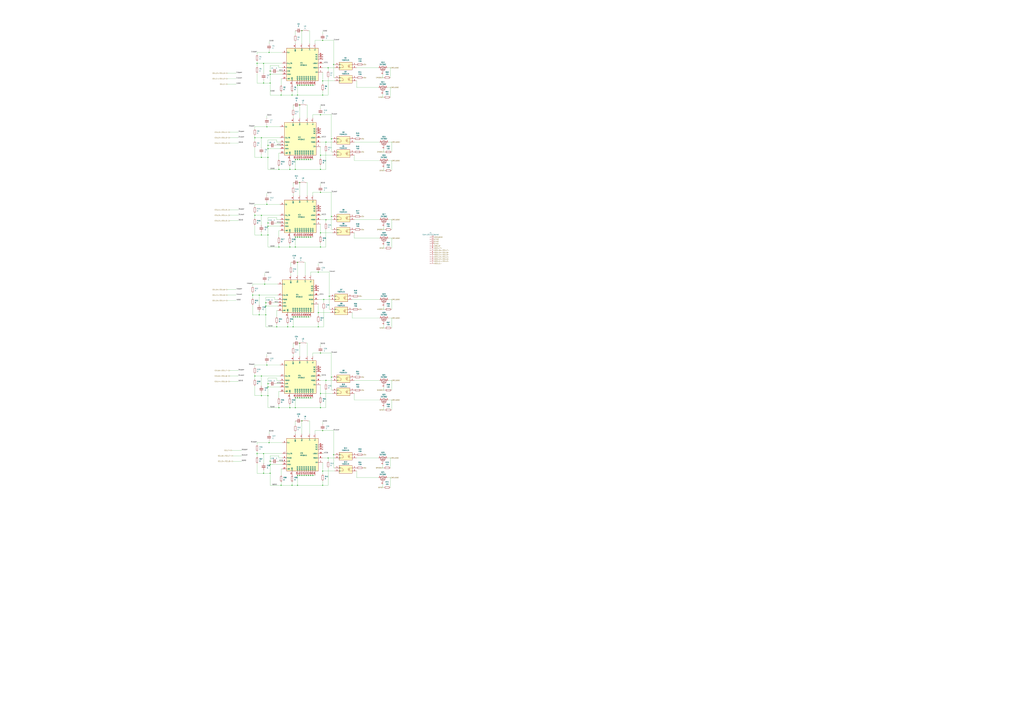
<source format=kicad_sch>
(kicad_sch (version 20250114) (generator "eeschema") (generator_version "9.0")
  (paper "A0")
  (junction (at 311.15 172.72))
  (junction (at 345.44 304.8))
  (junction (at 347.98 462.28))
  (junction (at 347.98 121.92))
  (junction (at 360.68 185.42))
  (junction (at 342.9 287.02))
  (junction (at 372.11 410.21))
  (junction (at 303.53 160.02))
  (junction (at 345.44 552.45))
  (junction (at 350.52 462.28))
  (junction (at 372.11 270.51))
  (junction (at 340.36 379.73))
  (junction (at 306.07 73.66))
  (junction (at 384.81 251.46))
  (junction (at 347.98 185.42))
  (junction (at 342.9 196.85))
  (junction (at 363.22 99.06))
  (junction (at 336.55 196.85))
  (junction (at 360.68 552.45))
  (junction (at 309.88 147.32))
  (junction (at 345.44 99.06))
  (junction (at 342.9 185.42))
  (junction (at 372.11 457.2))
  (junction (at 345.44 563.88))
  (junction (at 342.9 462.28))
  (junction (at 306.07 527.05))
  (junction (at 372.11 473.71))
  (junction (at 358.14 462.28))
  (junction (at 360.68 275.59))
  (junction (at 311.15 449.58))
  (junction (at 372.11 180.34))
  (junction (at 345.44 110.49))
  (junction (at 342.9 368.3))
  (junction (at 375.92 347.98))
  (junction (at 308.61 355.6))
  (junction (at 307.34 330.2))
  (junction (at 378.46 165.1))
  (junction (at 300.99 365.76))
  (junction (at 311.15 459.74))
  (junction (at 372.11 223.52))
  (junction (at 384.81 438.15))
  (junction (at 347.98 275.59))
  (junction (at 355.6 99.06))
  (junction (at 382.27 344.17))
  (junction (at 326.39 110.49))
  (junction (at 372.11 196.85))
  (junction (at 311.15 262.89))
  (junction (at 311.15 168.91))
  (junction (at 313.69 82.55))
  (junction (at 347.98 99.06))
  (junction (at 381 532.13))
  (junction (at 372.11 287.02))
  (junction (at 347.98 368.3))
  (junction (at 347.98 212.09))
  (junction (at 345.44 275.59))
  (junction (at 374.65 46.99))
  (junction (at 340.36 368.3))
  (junction (at 295.91 160.02))
  (junction (at 363.22 552.45))
  (junction (at 345.44 368.3))
  (junction (at 374.65 93.98))
  (junction (at 321.31 379.73))
  (junction (at 311.15 259.08))
  (junction (at 303.53 273.05))
  (junction (at 374.65 110.49))
  (junction (at 358.14 185.42))
  (junction (at 350.52 275.59))
  (junction (at 336.55 473.71))
  (junction (at 372.11 133.35))
  (junction (at 360.68 99.06))
  (junction (at 350.52 552.45))
  (junction (at 339.09 563.88))
  (junction (at 347.98 398.78))
  (junction (at 323.85 473.71))
  (junction (at 384.81 161.29))
  (junction (at 300.99 342.9))
  (junction (at 303.53 250.19))
  (junction (at 374.65 500.38))
  (junction (at 313.69 86.36))
  (junction (at 350.52 368.3))
  (junction (at 313.69 535.94))
  (junction (at 350.52 99.06))
  (junction (at 323.85 196.85))
  (junction (at 295.91 250.19))
  (junction (at 355.6 275.59))
  (junction (at 369.57 379.73))
  (junction (at 298.45 73.66))
  (junction (at 358.14 552.45))
  (junction (at 336.55 287.02))
  (junction (at 309.88 237.49))
  (junction (at 312.42 60.96))
  (junction (at 355.6 552.45))
  (junction (at 303.53 182.88))
  (junction (at 378.46 255.27))
  (junction (at 353.06 552.45))
  (junction (at 313.69 539.75))
  (junction (at 358.14 275.59))
  (junction (at 295.91 436.88))
  (junction (at 347.98 552.45))
  (junction (at 358.14 368.3))
  (junction (at 342.9 473.71))
  (junction (at 339.09 110.49))
  (junction (at 353.06 462.28))
  (junction (at 345.44 185.42))
  (junction (at 381 78.74))
  (junction (at 350.52 35.56))
  (junction (at 306.07 549.91))
  (junction (at 308.61 351.79))
  (junction (at 298.45 527.05))
  (junction (at 311.15 182.88))
  (junction (at 306.07 96.52))
  (junction (at 293.37 342.9))
  (junction (at 387.35 528.32))
  (junction (at 350.52 185.42))
  (junction (at 323.85 287.02))
  (junction (at 358.14 99.06))
  (junction (at 360.68 462.28))
  (junction (at 303.53 436.88))
  (junction (at 309.88 424.18))
  (junction (at 369.57 363.22))
  (junction (at 355.6 368.3))
  (junction (at 345.44 462.28))
  (junction (at 334.01 379.73))
  (junction (at 311.15 445.77))
  (junction (at 355.6 185.42))
  (junction (at 326.39 563.88))
  (junction (at 342.9 275.59))
  (junction (at 374.65 547.37))
  (junction (at 303.53 459.74))
  (junction (at 313.69 549.91))
  (junction (at 374.65 563.88))
  (junction (at 353.06 185.42))
  (junction (at 355.6 462.28))
  (junction (at 353.06 99.06))
  (junction (at 313.69 96.52))
  (junction (at 311.15 273.05))
  (junction (at 378.46 441.96))
  (junction (at 353.06 368.3))
  (junction (at 369.57 316.23))
  (junction (at 350.52 488.95))
  (junction (at 312.42 514.35))
  (junction (at 387.35 74.93))
  (junction (at 308.61 365.76))
  (junction (at 353.06 275.59))
  (wire (pts (xy 345.44 552.45) (xy 345.44 563.88)))
  (wire (pts (xy 342.9 462.28) (xy 345.44 462.28)))
  (wire (pts (xy 374.65 490.22) (xy 374.65 492.76)))
  (wire (pts (xy 384.81 223.52) (xy 384.81 251.46)))
  (wire (pts (xy 298.45 516.89) (xy 298.45 514.35)))
  (wire (pts (xy 325.12 441.96) (xy 321.31 441.96)))
  (wire (pts (xy 414.02 532.13) (xy 439.42 532.13)))
  (wire (pts (xy 337.82 317.5) (xy 337.82 320.04)))
  (wire (pts (xy 449.58 532.13) (xy 453.39 532.13)))
  (wire (pts (xy 295.91 240.03) (xy 295.91 237.49)))
  (wire (pts (xy 372.11 270.51) (xy 372.11 260.35)))
  (wire (pts (xy 454.66 176.53) (xy 454.66 165.1)))
  (wire (pts (xy 450.85 464.82) (xy 454.66 464.82)))
  (wire (pts (xy 381 90.17) (xy 381 110.49)))
  (wire (pts (xy 311.15 473.71) (xy 323.85 473.71)))
  (wire (pts (xy 369.57 379.73) (xy 340.36 379.73)))
  (wire (pts (xy 345.44 110.49) (xy 339.09 110.49)))
  (wire (pts (xy 355.6 398.78) (xy 356.87 398.78)))
  (wire (pts (xy 295.91 434.34) (xy 295.91 436.88)))
  (wire (pts (xy 372.11 213.36) (xy 372.11 215.9)))
  (wire (pts (xy 320.04 259.08) (xy 325.12 259.08)))
  (wire (pts (xy 350.52 35.56) (xy 350.52 50.8)))
  (wire (pts (xy 326.39 563.88) (xy 326.39 560.07)))
  (wire (pts (xy 295.91 250.19) (xy 295.91 254)))
  (wire (pts (xy 295.91 273.05) (xy 303.53 273.05)))
  (wire (pts (xy 445.77 476.25) (xy 447.04 476.25)))
  (wire (pts (xy 313.69 539.75) (xy 327.66 539.75)))
  (wire (pts (xy 308.61 379.73) (xy 308.61 365.76)))
  (wire (pts (xy 378.46 266.7) (xy 378.46 287.02)))
  (wire (pts (xy 303.53 160.02) (xy 325.12 160.02)))
  (wire (pts (xy 378.46 255.27) (xy 386.08 255.27)))
  (wire (pts (xy 342.9 473.71) (xy 336.55 473.71)))
  (wire (pts (xy 363.22 410.21) (xy 372.11 410.21)))
  (wire (pts (xy 308.61 365.76) (xy 308.61 355.6)))
  (wire (pts (xy 323.85 473.71) (xy 323.85 469.9)))
  (wire (pts (xy 363.22 223.52) (xy 372.11 223.52)))
  (wire (pts (xy 445.77 198.12) (xy 447.04 198.12)))
  (wire (pts (xy 306.07 96.52) (xy 313.69 96.52)))
  (wire (pts (xy 300.99 342.9) (xy 300.99 354.33)))
  (wire (pts (xy 414.02 554.99) (xy 439.42 554.99)))
  (wire (pts (xy 342.9 185.42) (xy 345.44 185.42)))
  (wire (pts (xy 353.06 275.59) (xy 355.6 275.59)))
  (wire (pts (xy 311.15 172.72) (xy 325.12 172.72)))
  (wire (pts (xy 358.14 368.3) (xy 360.68 368.3)))
  (wire (pts (xy 266.7 160.02) (xy 276.86 160.02)))
  (wire (pts (xy 295.91 237.49) (xy 309.88 237.49)))
  (wire (pts (xy 345.44 304.8) (xy 345.44 320.04)))
  (wire (pts (xy 326.39 110.49) (xy 326.39 106.68)))
  (wire (pts (xy 387.35 46.99) (xy 387.35 74.93)))
  (wire (pts (xy 298.45 71.12) (xy 298.45 73.66)))
  (wire (pts (xy 359.41 35.56) (xy 359.41 50.8)))
  (wire (pts (xy 387.35 90.17) (xy 388.62 90.17)))
  (wire (pts (xy 387.35 74.93) (xy 387.35 90.17)))
  (wire (pts (xy 355.6 368.3) (xy 358.14 368.3)))
  (wire (pts (xy 309.88 147.32) (xy 325.12 147.32)))
  (wire (pts (xy 358.14 488.95) (xy 359.41 488.95)))
  (wire (pts (xy 355.6 552.45) (xy 358.14 552.45)))
  (wire (pts (xy 313.69 563.88) (xy 326.39 563.88)))
  (wire (pts (xy 378.46 287.02) (xy 372.11 287.02)))
  (wire (pts (xy 347.98 552.45) (xy 350.52 552.45)))
  (wire (pts (xy 295.91 247.65) (xy 295.91 250.19)))
  (wire (pts (xy 378.46 445.77) (xy 378.46 441.96)))
  (wire (pts (xy 336.55 196.85) (xy 323.85 196.85)))
  (wire (pts (xy 345.44 99.06) (xy 345.44 110.49)))
  (wire (pts (xy 450.85 441.96) (xy 454.66 441.96)))
  (wire (pts (xy 375.92 73.66) (xy 374.65 73.66)))
  (wire (pts (xy 311.15 168.91) (xy 312.42 168.91)))
  (wire (pts (xy 311.15 196.85) (xy 311.15 182.88)))
  (wire (pts (xy 411.48 457.2) (xy 411.48 464.82)))
  (wire (pts (xy 360.68 316.23) (xy 360.68 320.04)))
  (wire (pts (xy 300.99 342.9) (xy 322.58 342.9)))
  (wire (pts (xy 347.98 99.06) (xy 350.52 99.06)))
  (wire (pts (xy 373.38 160.02) (xy 372.11 160.02)))
  (wire (pts (xy 345.44 368.3) (xy 347.98 368.3)))
  (wire (pts (xy 303.53 269.24) (xy 303.53 273.05)))
  (wire (pts (xy 381 82.55) (xy 381 78.74)))
  (wire (pts (xy 303.53 455.93) (xy 303.53 459.74)))
  (wire (pts (xy 411.48 441.96) (xy 440.69 441.96)))
  (wire (pts (xy 323.85 267.97) (xy 325.12 267.97)))
  (wire (pts (xy 326.39 99.06) (xy 326.39 91.44)))
  (wire (pts (xy 264.16 97.79) (xy 274.32 97.79)))
  (wire (pts (xy 411.48 464.82) (xy 440.69 464.82)))
  (wire (pts (xy 353.06 99.06) (xy 355.6 99.06)))
  (wire (pts (xy 312.42 60.96) (xy 327.66 60.96)))
  (wire (pts (xy 378.46 473.71) (xy 372.11 473.71)))
  (wire (pts (xy 266.7 443.23) (xy 276.86 443.23)))
  (wire (pts (xy 336.55 473.71) (xy 323.85 473.71)))
  (wire (pts (xy 311.15 252.73) (xy 311.15 259.08)))
  (wire (pts (xy 372.11 473.71) (xy 342.9 473.71)))
  (wire (pts (xy 454.66 381) (xy 454.66 369.57)))
  (wire (pts (xy 356.87 121.92) (xy 356.87 137.16)))
  (wire (pts (xy 353.06 462.28) (xy 355.6 462.28)))
  (wire (pts (xy 358.14 552.45) (xy 360.68 552.45)))
  (wire (pts (xy 440.69 276.86) (xy 411.48 276.86)))
  (wire (pts (xy 266.7 243.84) (xy 276.86 243.84)))
  (wire (pts (xy 381 535.94) (xy 381 532.13)))
  (wire (pts (xy 303.53 436.88) (xy 303.53 448.31)))
  (wire (pts (xy 444.5 90.17) (xy 445.77 90.17)))
  (wire (pts (xy 339.09 563.88) (xy 326.39 563.88)))
  (wire (pts (xy 293.37 330.2) (xy 307.34 330.2)))
  (wire (pts (xy 374.65 36.83) (xy 374.65 39.37)))
  (wire (pts (xy 326.39 552.45) (xy 326.39 544.83)))
  (wire (pts (xy 295.91 160.02) (xy 303.53 160.02)))
  (wire (pts (xy 350.52 552.45) (xy 353.06 552.45)))
  (wire (pts (xy 311.15 459.74) (xy 311.15 449.58)))
  (wire (pts (xy 313.69 110.49) (xy 313.69 96.52)))
  (wire (pts (xy 444.5 109.22) (xy 444.5 113.03)))
  (wire (pts (xy 374.65 563.88) (xy 345.44 563.88)))
  (wire (pts (xy 312.42 514.35) (xy 327.66 514.35)))
  (wire (pts (xy 336.55 283.21) (xy 336.55 287.02)))
  (wire (pts (xy 300.99 365.76) (xy 308.61 365.76)))
  (wire (pts (xy 360.68 275.59) (xy 363.22 275.59)))
  (wire (pts (xy 345.44 99.06) (xy 347.98 99.06)))
  (wire (pts (xy 298.45 524.51) (xy 298.45 527.05)))
  (wire (pts (xy 312.42 511.81) (xy 312.42 514.35)))
  (wire (pts (xy 408.94 347.98) (xy 440.69 347.98)))
  (wire (pts (xy 322.58 535.94) (xy 327.66 535.94)))
  (wire (pts (xy 342.9 185.42) (xy 342.9 196.85)))
  (wire (pts (xy 295.91 426.72) (xy 295.91 424.18)))
  (wire (pts (xy 298.45 538.48) (xy 298.45 549.91)))
  (wire (pts (xy 323.85 462.28) (xy 323.85 454.66)))
  (wire (pts (xy 369.57 363.22) (xy 369.57 353.06)))
  (wire (pts (xy 384.81 176.53) (xy 386.08 176.53)))
  (wire (pts (xy 340.36 134.62) (xy 340.36 137.16)))
  (wire (pts (xy 363.22 133.35) (xy 363.22 137.16)))
  (wire (pts (xy 266.7 430.53) (xy 276.86 430.53)))
  (wire (pts (xy 375.92 351.79) (xy 375.92 347.98)))
  (wire (pts (xy 323.85 196.85) (xy 323.85 193.04)))
  (wire (pts (xy 454.66 288.29) (xy 454.66 276.86)))
  (wire (pts (xy 322.58 347.98) (xy 318.77 347.98)))
  (wire (pts (xy 347.98 121.92) (xy 347.98 137.16)))
  (wire (pts (xy 311.15 449.58) (xy 311.15 445.77)))
  (wire (pts (xy 342.9 501.65) (xy 342.9 504.19)))
  (wire (pts (xy 334.01 379.73) (xy 321.31 379.73)))
  (wire (pts (xy 454.66 476.25) (xy 454.66 464.82)))
  (wire (pts (xy 454.66 266.7) (xy 454.66 255.27)))
  (wire (pts (xy 321.31 165.1) (xy 321.31 162.56)))
  (wire (pts (xy 264.16 85.09) (xy 274.32 85.09)))
  (wire (pts (xy 408.94 369.57) (xy 440.69 369.57)))
  (wire (pts (xy 295.91 436.88) (xy 303.53 436.88)))
  (wire (pts (xy 372.11 400.05) (xy 372.11 402.59)))
  (wire (pts (xy 372.11 287.02) (xy 342.9 287.02)))
  (wire (pts (xy 382.27 359.41) (xy 383.54 359.41)))
  (wire (pts (xy 313.69 110.49) (xy 326.39 110.49)))
  (wire (pts (xy 312.42 48.26) (xy 312.42 50.8)))
  (wire (pts (xy 323.85 185.42) (xy 323.85 177.8)))
  (wire (pts (xy 306.07 92.71) (xy 306.07 96.52)))
  (wire (pts (xy 374.65 46.99) (xy 387.35 46.99)))
  (wire (pts (xy 339.09 110.49) (xy 326.39 110.49)))
  (wire (pts (xy 303.53 160.02) (xy 303.53 171.45)))
  (wire (pts (xy 323.85 78.74) (xy 323.85 76.2)))
  (wire (pts (xy 411.48 276.86) (xy 411.48 270.51)))
  (wire (pts (xy 358.14 185.42) (xy 360.68 185.42)))
  (wire (pts (xy 309.88 234.95) (xy 309.88 237.49)))
  (wire (pts (xy 311.15 182.88) (xy 311.15 172.72)))
  (wire (pts (xy 374.65 547.37) (xy 374.65 537.21)))
  (wire (pts (xy 384.81 410.21) (xy 384.81 438.15)))
  (wire (pts (xy 334.01 375.92) (xy 334.01 379.73)))
  (wire (pts (xy 309.88 424.18) (xy 325.12 424.18)))
  (wire (pts (xy 325.12 255.27) (xy 321.31 255.27)))
  (wire (pts (xy 445.77 381) (xy 447.04 381)))
  (wire (pts (xy 384.81 438.15) (xy 384.81 453.39)))
  (wire (pts (xy 345.44 552.45) (xy 347.98 552.45)))
  (wire (pts (xy 363.22 223.52) (xy 363.22 227.33)))
  (wire (pts (xy 308.61 351.79) (xy 309.88 351.79)))
  (wire (pts (xy 323.85 76.2) (xy 313.69 76.2)))
  (wire (pts (xy 347.98 212.09) (xy 347.98 227.33)))
  (wire (pts (xy 345.44 462.28) (xy 347.98 462.28)))
  (wire (pts (xy 340.36 368.3) (xy 342.9 368.3)))
  (wire (pts (xy 360.68 185.42) (xy 363.22 185.42)))
  (wire (pts (xy 355.6 462.28) (xy 358.14 462.28)))
  (wire (pts (xy 327.66 532.13) (xy 323.85 532.13)))
  (wire (pts (xy 318.77 347.98) (xy 318.77 345.44)))
  (wire (pts (xy 326.39 544.83) (xy 327.66 544.83)))
  (wire (pts (xy 356.87 398.78) (xy 356.87 414.02)))
  (wire (pts (xy 266.7 153.67) (xy 276.86 153.67)))
  (wire (pts (xy 312.42 501.65) (xy 312.42 504.19)))
  (wire (pts (xy 320.04 168.91) (xy 325.12 168.91)))
  (wire (pts (xy 295.91 448.31) (xy 295.91 459.74)))
  (wire (pts (xy 311.15 445.77) (xy 312.42 445.77)))
  (wire (pts (xy 342.9 287.02) (xy 336.55 287.02)))
  (wire (pts (xy 350.52 488.95) (xy 350.52 504.19)))
  (wire (pts (xy 374.65 558.8) (xy 374.65 563.88)))
  (wire (pts (xy 445.77 194.31) (xy 445.77 198.12)))
  (wire (pts (xy 454.66 359.41) (xy 454.66 347.98)))
  (wire (pts (xy 445.77 176.53) (xy 447.04 176.53)))
  (wire (pts (xy 295.91 250.19) (xy 303.53 250.19)))
  (wire (pts (xy 300.99 361.95) (xy 300.99 365.76)))
  (wire (pts (xy 414.02 101.6) (xy 439.42 101.6)))
  (wire (pts (xy 303.53 459.74) (xy 311.15 459.74)))
  (wire (pts (xy 378.46 165.1) (xy 386.08 165.1)))
  (wire (pts (xy 312.42 58.42) (xy 312.42 60.96)))
  (wire (pts (xy 353.06 552.45) (xy 355.6 552.45)))
  (wire (pts (xy 308.61 379.73) (xy 321.31 379.73)))
  (wire (pts (xy 373.38 250.19) (xy 372.11 250.19)))
  (wire (pts (xy 295.91 261.62) (xy 295.91 273.05)))
  (wire (pts (xy 295.91 424.18) (xy 309.88 424.18)))
  (wire (pts (xy 295.91 160.02) (xy 295.91 163.83)))
  (wire (pts (xy 266.7 166.37) (xy 276.86 166.37)))
  (wire (pts (xy 372.11 196.85) (xy 342.9 196.85)))
  (wire (pts (xy 440.69 186.69) (xy 411.48 186.69)))
  (wire (pts (xy 350.52 462.28) (xy 353.06 462.28)))
  (wire (pts (xy 382.27 344.17) (xy 382.27 359.41)))
  (wire (pts (xy 372.11 184.15) (xy 372.11 180.34)))
  (wire (pts (xy 347.98 185.42) (xy 350.52 185.42)))
  (wire (pts (xy 342.9 196.85) (xy 336.55 196.85)))
  (wire (pts (xy 454.66 198.12) (xy 454.66 186.69)))
  (wire (pts (xy 298.45 63.5) (xy 298.45 60.96)))
  (wire (pts (xy 454.66 453.39) (xy 454.66 441.96)))
  (wire (pts (xy 311.15 273.05) (xy 311.15 262.89)))
  (wire (pts (xy 365.76 500.38) (xy 374.65 500.38)))
  (wire (pts (xy 313.69 549.91) (xy 313.69 539.75)))
  (wire (pts (xy 374.65 78.74) (xy 381 78.74)))
  (wire (pts (xy 444.5 539.75) (xy 444.5 543.56)))
  (wire (pts (xy 369.57 306.07) (xy 369.57 308.61)))
  (wire (pts (xy 307.34 317.5) (xy 307.34 320.04)))
  (wire (pts (xy 298.45 73.66) (xy 306.07 73.66)))
  (wire (pts (xy 264.16 349.25) (xy 274.32 349.25)))
  (wire (pts (xy 303.53 182.88) (xy 311.15 182.88)))
  (wire (pts (xy 303.53 273.05) (xy 311.15 273.05)))
  (wire (pts (xy 365.76 46.99) (xy 374.65 46.99)))
  (wire (pts (xy 326.39 91.44) (xy 327.66 91.44)))
  (wire (pts (xy 378.46 196.85) (xy 372.11 196.85)))
  (wire (pts (xy 360.68 462.28) (xy 363.22 462.28)))
  (wire (pts (xy 378.46 176.53) (xy 378.46 196.85)))
  (wire (pts (xy 321.31 255.27) (xy 321.31 252.73)))
  (wire (pts (xy 444.5 566.42) (xy 445.77 566.42)))
  (wire (pts (xy 313.69 82.55) (xy 314.96 82.55)))
  (wire (pts (xy 387.35 528.32) (xy 387.35 543.56)))
  (wire (pts (xy 388.62 74.93) (xy 387.35 74.93)))
  (wire (pts (xy 414.02 93.98) (xy 414.02 101.6)))
  (wire (pts (xy 266.7 250.19) (xy 276.86 250.19)))
  (wire (pts (xy 381 78.74) (xy 388.62 78.74)))
  (wire (pts (xy 342.9 35.56) (xy 342.9 40.64)))
  (wire (pts (xy 308.61 355.6) (xy 322.58 355.6)))
  (wire (pts (xy 372.11 468.63) (xy 372.11 473.71)))
  (wire (pts (xy 293.37 342.9) (xy 293.37 346.71)))
  (wire (pts (xy 306.07 549.91) (xy 313.69 549.91)))
  (wire (pts (xy 350.52 99.06) (xy 353.06 99.06)))
  (wire (pts (xy 270.51 529.59) (xy 280.67 529.59)))
  (wire (pts (xy 339.09 560.07) (xy 339.09 563.88)))
  (wire (pts (xy 381 532.13) (xy 388.62 532.13)))
  (wire (pts (xy 450.85 369.57) (xy 454.66 369.57)))
  (wire (pts (xy 387.35 500.38) (xy 387.35 528.32)))
  (wire (pts (xy 295.91 171.45) (xy 295.91 182.88)))
  (wire (pts (xy 381 110.49) (xy 374.65 110.49)))
  (wire (pts (xy 295.91 182.88) (xy 303.53 182.88)))
  (wire (pts (xy 369.57 374.65) (xy 369.57 379.73)))
  (wire (pts (xy 450.85 347.98) (xy 454.66 347.98)))
  (wire (pts (xy 320.04 445.77) (xy 325.12 445.77)))
  (wire (pts (xy 384.81 251.46) (xy 384.81 266.7)))
  (wire (pts (xy 340.36 411.48) (xy 340.36 414.02)))
  (wire (pts (xy 384.81 161.29) (xy 384.81 176.53)))
  (wire (pts (xy 360.68 316.23) (xy 369.57 316.23)))
  (wire (pts (xy 373.38 436.88) (xy 372.11 436.88)))
  (wire (pts (xy 311.15 259.08) (xy 312.42 259.08)))
  (wire (pts (xy 450.85 165.1) (xy 454.66 165.1)))
  (wire (pts (xy 358.14 275.59) (xy 360.68 275.59)))
  (wire (pts (xy 375.92 379.73) (xy 369.57 379.73)))
  (wire (pts (xy 321.31 252.73) (xy 311.15 252.73)))
  (wire (pts (xy 313.69 86.36) (xy 327.66 86.36)))
  (wire (pts (xy 359.41 488.95) (xy 359.41 504.19)))
  (wire (pts (xy 337.82 304.8) (xy 337.82 309.88)))
  (wire (pts (xy 293.37 342.9) (xy 300.99 342.9)))
  (wire (pts (xy 358.14 99.06) (xy 360.68 99.06)))
  (wire (pts (xy 363.22 410.21) (xy 363.22 414.02)))
  (wire (pts (xy 303.53 250.19) (xy 325.12 250.19)))
  (wire (pts (xy 372.11 441.96) (xy 378.46 441.96)))
  (wire (pts (xy 445.77 472.44) (xy 445.77 476.25)))
  (wire (pts (xy 369.57 316.23) (xy 382.27 316.23)))
  (wire (pts (xy 311.15 162.56) (xy 311.15 168.91)))
  (wire (pts (xy 445.77 377.19) (xy 445.77 381)))
  (wire (pts (xy 311.15 287.02) (xy 323.85 287.02)))
  (wire (pts (xy 303.53 436.88) (xy 325.12 436.88)))
  (wire (pts (xy 321.31 368.3) (xy 321.31 360.68)))
  (wire (pts (xy 374.65 97.79) (xy 374.65 93.98)))
  (wire (pts (xy 345.44 563.88) (xy 339.09 563.88)))
  (wire (pts (xy 386.08 270.51) (xy 372.11 270.51)))
  (wire (pts (xy 280.67 535.94) (xy 270.51 535.94)))
  (wire (pts (xy 298.45 85.09) (xy 298.45 96.52)))
  (wire (pts (xy 378.46 168.91) (xy 378.46 165.1)))
  (wire (pts (xy 354.33 304.8) (xy 354.33 320.04)))
  (wire (pts (xy 298.45 527.05) (xy 298.45 530.86)))
  (wire (pts (xy 295.91 459.74) (xy 303.53 459.74)))
  (wire (pts (xy 374.65 500.38) (xy 387.35 500.38)))
  (wire (pts (xy 383.54 344.17) (xy 382.27 344.17)))
  (wire (pts (xy 298.45 527.05) (xy 306.07 527.05)))
  (wire (pts (xy 444.5 543.56) (xy 445.77 543.56)))
  (wire (pts (xy 453.39 113.03) (xy 453.39 101.6)))
  (wire (pts (xy 450.85 186.69) (xy 454.66 186.69)))
  (wire (pts (xy 388.62 528.32) (xy 387.35 528.32)))
  (wire (pts (xy 369.57 347.98) (xy 375.92 347.98)))
  (wire (pts (xy 298.45 514.35) (xy 312.42 514.35)))
  (wire (pts (xy 321.31 379.73) (xy 321.31 375.92)))
  (wire (pts (xy 445.77 453.39) (xy 447.04 453.39)))
  (wire (pts (xy 453.39 566.42) (xy 453.39 554.99)))
  (wire (pts (xy 374.65 105.41) (xy 374.65 110.49)))
  (wire (pts (xy 345.44 185.42) (xy 347.98 185.42)))
  (wire (pts (xy 369.57 367.03) (xy 369.57 363.22)))
  (wire (pts (xy 342.9 462.28) (xy 342.9 473.71)))
  (wire (pts (xy 365.76 46.99) (xy 365.76 50.8)))
  (wire (pts (xy 356.87 212.09) (xy 356.87 227.33)))
  (wire (pts (xy 358.14 462.28) (xy 360.68 462.28)))
  (wire (pts (xy 355.6 185.42) (xy 358.14 185.42)))
  (wire (pts (xy 298.45 549.91) (xy 306.07 549.91)))
  (wire (pts (xy 372.11 255.27) (xy 378.46 255.27)))
  (wire (pts (xy 306.07 546.1) (xy 306.07 549.91)))
  (wire (pts (xy 307.34 327.66) (xy 307.34 330.2)))
  (wire (pts (xy 355.6 121.92) (xy 356.87 121.92)))
  (wire (pts (xy 269.24 523.24) (xy 280.67 523.24)))
  (wire (pts (xy 313.69 535.94) (xy 314.96 535.94)))
  (wire (pts (xy 353.06 368.3) (xy 355.6 368.3)))
  (wire (pts (xy 372.11 180.34) (xy 372.11 170.18)))
  (wire (pts (xy 449.58 78.74) (xy 453.39 78.74)))
  (wire (pts (xy 340.36 212.09) (xy 340.36 217.17)))
  (wire (pts (xy 411.48 186.69) (xy 411.48 180.34)))
  (wire (pts (xy 384.81 453.39) (xy 386.08 453.39)))
  (wire (pts (xy 445.77 172.72) (xy 445.77 176.53)))
  (wire (pts (xy 350.52 275.59) (xy 353.06 275.59)))
  (wire (pts (xy 264.16 336.55) (xy 274.32 336.55)))
  (wire (pts (xy 313.69 96.52) (xy 313.69 86.36)))
  (wire (pts (xy 445.77 288.29) (xy 447.04 288.29)))
  (wire (pts (xy 445.77 262.89) (xy 445.77 266.7)))
  (wire (pts (xy 311.15 473.71) (xy 311.15 459.74)))
  (wire (pts (xy 321.31 162.56) (xy 311.15 162.56)))
  (wire (pts (xy 372.11 457.2) (xy 372.11 447.04)))
  (wire (pts (xy 450.85 276.86) (xy 454.66 276.86)))
  (wire (pts (xy 323.85 532.13) (xy 323.85 529.59)))
  (wire (pts (xy 295.91 147.32) (xy 309.88 147.32)))
  (wire (pts (xy 453.39 90.17) (xy 453.39 78.74)))
  (wire (pts (xy 378.46 453.39) (xy 378.46 473.71)))
  (wire (pts (xy 317.5 351.79) (xy 322.58 351.79)))
  (wire (pts (xy 386.08 180.34) (xy 372.11 180.34)))
  (wire (pts (xy 363.22 133.35) (xy 372.11 133.35)))
  (wire (pts (xy 313.69 76.2) (xy 313.69 82.55)))
  (wire (pts (xy 311.15 262.89) (xy 325.12 262.89)))
  (wire (pts (xy 311.15 449.58) (xy 325.12 449.58)))
  (wire (pts (xy 386.08 438.15) (xy 384.81 438.15)))
  (wire (pts (xy 386.08 161.29) (xy 384.81 161.29)))
  (wire (pts (xy 306.07 527.05) (xy 327.66 527.05)))
  (wire (pts (xy 293.37 365.76) (xy 300.99 365.76)))
  (wire (pts (xy 372.11 223.52) (xy 384.81 223.52)))
  (wire (pts (xy 372.11 410.21) (xy 384.81 410.21)))
  (wire (pts (xy 340.36 224.79) (xy 340.36 227.33)))
  (wire (pts (xy 298.45 73.66) (xy 298.45 77.47)))
  (wire (pts (xy 360.68 99.06) (xy 363.22 99.06)))
  (wire (pts (xy 375.92 359.41) (xy 375.92 379.73)))
  (wire (pts (xy 342.9 488.95) (xy 342.9 494.03)))
  (wire (pts (xy 355.6 99.06) (xy 358.14 99.06)))
  (wire (pts (xy 383.54 363.22) (xy 369.57 363.22)))
  (wire (pts (xy 388.62 93.98) (xy 374.65 93.98)))
  (wire (pts (xy 309.88 421.64) (xy 309.88 424.18)))
  (wire (pts (xy 313.69 539.75) (xy 313.69 535.94)))
  (wire (pts (xy 378.46 441.96) (xy 386.08 441.96)))
  (wire (pts (xy 323.85 275.59) (xy 323.85 267.97)))
  (wire (pts (xy 336.55 193.04) (xy 336.55 196.85)))
  (wire (pts (xy 444.5 113.03) (xy 445.77 113.03)))
  (wire (pts (xy 336.55 469.9) (xy 336.55 473.71)))
  (wire (pts (xy 365.76 500.38) (xy 365.76 504.19)))
  (wire (pts (xy 408.94 363.22) (xy 408.94 369.57)))
  (wire (pts (xy 340.36 368.3) (xy 340.36 379.73)))
  (wire (pts (xy 450.85 255.27) (xy 454.66 255.27)))
  (wire (pts (xy 308.61 355.6) (xy 308.61 351.79)))
  (wire (pts (xy 309.88 134.62) (xy 309.88 137.16)))
  (wire (pts (xy 340.36 121.92) (xy 340.36 127)))
  (wire (pts (xy 374.65 551.18) (xy 374.65 547.37)))
  (wire (pts (xy 353.06 304.8) (xy 354.33 304.8)))
  (wire (pts (xy 306.07 73.66) (xy 327.66 73.66)))
  (wire (pts (xy 350.52 185.42) (xy 353.06 185.42)))
  (wire (pts (xy 445.77 449.58) (xy 445.77 453.39)))
  (wire (pts (xy 325.12 165.1) (xy 321.31 165.1)))
  (wire (pts (xy 444.5 562.61) (xy 444.5 566.42)))
  (wire (pts (xy 311.15 172.72) (xy 311.15 168.91)))
  (wire (pts (xy 311.15 196.85) (xy 323.85 196.85)))
  (wire (pts (xy 336.55 287.02) (xy 323.85 287.02)))
  (wire (pts (xy 347.98 275.59) (xy 350.52 275.59)))
  (wire (pts (xy 306.07 527.05) (xy 306.07 538.48)))
  (wire (pts (xy 453.39 543.56) (xy 453.39 532.13)))
  (wire (pts (xy 372.11 123.19) (xy 372.11 125.73)))
  (wire (pts (xy 323.85 177.8) (xy 325.12 177.8)))
  (wire (pts (xy 298.45 96.52) (xy 306.07 96.52)))
  (wire (pts (xy 345.44 275.59) (xy 347.98 275.59)))
  (wire (pts (xy 444.5 86.36) (xy 444.5 90.17)))
  (wire (pts (xy 323.85 287.02) (xy 323.85 283.21)))
  (wire (pts (xy 303.53 179.07) (xy 303.53 182.88)))
  (wire (pts (xy 440.69 255.27) (xy 411.48 255.27)))
  (wire (pts (xy 358.14 35.56) (xy 359.41 35.56)))
  (wire (pts (xy 323.85 454.66) (xy 325.12 454.66)))
  (wire (pts (xy 309.88 144.78) (xy 309.88 147.32)))
  (wire (pts (xy 313.69 529.59) (xy 313.69 535.94)))
  (wire (pts (xy 350.52 368.3) (xy 353.06 368.3)))
  (wire (pts (xy 386.08 251.46) (xy 384.81 251.46)))
  (wire (pts (xy 374.65 110.49) (xy 345.44 110.49)))
  (wire (pts (xy 372.11 281.94) (xy 372.11 287.02)))
  (wire (pts (xy 372.11 191.77) (xy 372.11 196.85)))
  (wire (pts (xy 293.37 340.36) (xy 293.37 342.9)))
  (wire (pts (xy 266.7 256.54) (xy 276.86 256.54)))
  (wire (pts (xy 381 563.88) (xy 374.65 563.88)))
  (wire (pts (xy 342.9 275.59) (xy 345.44 275.59)))
  (wire (pts (xy 374.65 532.13) (xy 381 532.13)))
  (wire (pts (xy 303.53 250.19) (xy 303.53 261.62)))
  (wire (pts (xy 381 543.56) (xy 381 563.88)))
  (wire (pts (xy 342.9 368.3) (xy 345.44 368.3)))
  (wire (pts (xy 355.6 212.09) (xy 356.87 212.09)))
  (wire (pts (xy 353.06 185.42) (xy 355.6 185.42)))
  (wire (pts (xy 386.08 457.2) (xy 372.11 457.2)))
  (wire (pts (xy 360.68 552.45) (xy 363.22 552.45)))
  (wire (pts (xy 347.98 462.28) (xy 350.52 462.28)))
  (wire (pts (xy 340.36 379.73) (xy 334.01 379.73)))
  (wire (pts (xy 445.77 355.6) (xy 445.77 359.41)))
  (wire (pts (xy 375.92 347.98) (xy 383.54 347.98)))
  (wire (pts (xy 298.45 60.96) (xy 312.42 60.96)))
  (wire (pts (xy 309.88 237.49) (xy 325.12 237.49)))
  (wire (pts (xy 295.91 157.48) (xy 295.91 160.02)))
  (wire (pts (xy 374.65 93.98) (xy 374.65 83.82)))
  (wire (pts (xy 355.6 275.59) (xy 358.14 275.59)))
  (wire (pts (xy 323.85 529.59) (xy 313.69 529.59)))
  (wire (pts (xy 308.61 345.44) (xy 308.61 351.79)))
  (wire (pts (xy 411.48 165.1) (xy 440.69 165.1)))
  (wire (pts (xy 384.81 266.7) (xy 386.08 266.7)))
  (wire (pts (xy 370.84 342.9) (xy 369.57 342.9)))
  (wire (pts (xy 321.31 441.96) (xy 321.31 439.42)))
  (wire (pts (xy 372.11 133.35) (xy 384.81 133.35)))
  (wire (pts (xy 295.91 436.88) (xy 295.91 440.69)))
  (wire (pts (xy 311.15 287.02) (xy 311.15 273.05)))
  (wire (pts (xy 309.88 224.79) (xy 309.88 227.33)))
  (wire (pts (xy 313.69 563.88) (xy 313.69 549.91)))
  (wire (pts (xy 309.88 411.48) (xy 309.88 414.02)))
  (wire (pts (xy 449.58 101.6) (xy 453.39 101.6)))
  (wire (pts (xy 340.36 398.78) (xy 340.36 403.86)))
  (wire (pts (xy 414.02 78.74) (xy 439.42 78.74)))
  (wire (pts (xy 327.66 78.74) (xy 323.85 78.74)))
  (wire (pts (xy 295.91 149.86) (xy 295.91 147.32)))
  (wire (pts (xy 321.31 439.42) (xy 311.15 439.42)))
  (wire (pts (xy 372.11 461.01) (xy 372.11 457.2)))
  (wire (pts (xy 342.9 48.26) (xy 342.9 50.8)))
  (wire (pts (xy 372.11 165.1) (xy 378.46 165.1)))
  (wire (pts (xy 264.16 91.44) (xy 274.32 91.44)))
  (wire (pts (xy 445.77 266.7) (xy 447.04 266.7)))
  (wire (pts (xy 382.27 316.23) (xy 382.27 344.17)))
  (wire (pts (xy 347.98 398.78) (xy 347.98 414.02)))
  (wire (pts (xy 266.7 436.88) (xy 276.86 436.88)))
  (wire (pts (xy 342.9 275.59) (xy 342.9 287.02)))
  (wire (pts (xy 445.77 359.41) (xy 447.04 359.41)))
  (wire (pts (xy 311.15 439.42) (xy 311.15 445.77)))
  (wire (pts (xy 264.16 342.9) (xy 274.32 342.9)))
  (wire (pts (xy 388.62 547.37) (xy 374.65 547.37)))
  (wire (pts (xy 307.34 330.2) (xy 322.58 330.2)))
  (wire (pts (xy 306.07 73.66) (xy 306.07 85.09)))
  (wire (pts (xy 339.09 106.68) (xy 339.09 110.49)))
  (wire (pts (xy 445.77 284.48) (xy 445.77 288.29)))
  (wire (pts (xy 414.02 547.37) (xy 414.02 554.99)))
  (wire (pts (xy 387.35 543.56) (xy 388.62 543.56)))
  (wire (pts (xy 363.22 552.45) (xy 365.76 552.45)))
  (wire (pts (xy 293.37 332.74) (xy 293.37 330.2)))
  (wire (pts (xy 293.37 354.33) (xy 293.37 365.76)))
  (wire (pts (xy 372.11 274.32) (xy 372.11 270.51)))
  (wire (pts (xy 318.77 345.44) (xy 308.61 345.44)))
  (wire (pts (xy 378.46 259.08) (xy 378.46 255.27)))
  (wire (pts (xy 322.58 82.55) (xy 327.66 82.55)))
  (wire (pts (xy 449.58 554.99) (xy 453.39 554.99)))
  (wire (pts (xy 384.81 133.35) (xy 384.81 161.29)))
  (wire (pts (xy 363.22 99.06) (xy 365.76 99.06)))
  (wire (pts (xy 321.31 360.68) (xy 322.58 360.68)))
  (wire (pts (xy 375.92 527.05) (xy 374.65 527.05)))
  (wire (pts (xy 313.69 86.36) (xy 313.69 82.55)))
  (wire (pts (xy 347.98 368.3) (xy 350.52 368.3)))
  (wire (pts (xy 311.15 262.89) (xy 311.15 259.08)))
  (label "3Lower" (at 384.81 223.52 0))
  (label "4GND" (at 307.34 317.5 0))
  (label "VCC3" (at 321.31 259.08 0))
  (label "4GND" (at 311.15 379.73 0))
  (label "3Upper" (at 276.86 243.84 0))
  (label "2Lower" (at 276.86 160.02 0))
  (label "1Lower" (at 387.35 46.99 0))
  (label "4Upper" (at 293.37 330.2 180))
  (label "3GND" (at 372.11 213.36 0))
  (label "VCC6" (at 375.92 527.05 0))
  (label "2GND" (at 313.69 196.85 0))
  (label "VCC4" (at 318.77 351.79 0))
  (label "1GND" (at 374.65 36.83 0))
  (label "4GND" (at 274.32 349.25 0))
  (label "VCC2" (at 321.31 168.91 0))
  (label "VCC3" (at 373.38 250.19 0))
  (label "6GND" (at 312.42 501.65 0))
  (label "6GND" (at 316.23 563.88 0))
  (label "VCC1" (at 375.92 73.66 0))
  (label "6GND" (at 374.65 490.22 0))
  (label "2Upper" (at 276.86 153.67 0))
  (label "VCC5" (at 373.38 436.88 0))
  (label "4Lower" (at 382.27 316.23 0))
  (label "5GND" (at 372.11 400.05 0))
  (label "6Upper" (at 280.67 523.24 0))
  (label "6Upper" (at 298.45 514.35 180))
  (label "1GND" (at 274.32 97.79 0))
  (label "5Upper" (at 276.86 430.53 0))
  (label "VCC4" (at 370.84 342.9 0))
  (label "3GND" (at 313.69 287.02 0))
  (label "4Upper" (at 274.32 336.55 0))
  (label "VCC2" (at 373.38 160.02 0))
  (label "4GND" (at 369.57 306.07 0))
  (label "4Lower" (at 274.32 342.9 0))
  (label "3Lower" (at 276.86 250.19 0))
  (label "1Upper" (at 298.45 60.96 180))
  (label "5GND" (at 309.88 411.48 0))
  (label "5Lower" (at 276.86 436.88 0))
  (label "1GND" (at 312.42 48.26 0))
  (label "6Lower" (at 387.35 500.38 0))
  (label "1Upper" (at 274.32 85.09 0))
  (label "1GND" (at 313.69 106.68 0))
  (label "2GND" (at 276.86 166.37 0))
  (label "2Lower" (at 384.81 133.35 0))
  (label "3GND" (at 309.88 224.79 0))
  (label "5Upper" (at 295.91 424.18 180))
  (label "6GND" (at 280.67 535.94 0))
  (label "VCC5" (at 321.31 445.77 0))
  (label "5Lower" (at 384.81 410.21 0))
  (label "1Lower" (at 274.32 91.44 0))
  (label "3GND" (at 276.86 256.54 0))
  (label "2Upper" (at 295.91 147.32 180))
  (label "3Upper" (at 295.91 237.49 180))
  (label "2GND" (at 372.11 123.19 0))
  (label "VCC6" (at 323.85 535.94 0))
  (label "VCC1" (at 323.85 82.55 0))
  (label "2GND" (at 309.88 134.62 0))
  (label "5GND" (at 313.69 473.71 0))
  (label "5GND" (at 276.86 443.23 0))
  (label "6Lower" (at 280.67 529.59 0))
  (hierarchical_label "1EN" (shape input) (at 444.5 113.03 180))
  (hierarchical_label "2EN" (shape input) (at 445.77 198.12 180))
  (hierarchical_label "TH3" (shape output) (at 504.19 278.13 0))
  (hierarchical_label "CELL1-" (shape input) (at 264.16 97.79 180))
  (hierarchical_label "5v" (shape input) (at 419.1 161.29 0))
  (hierarchical_label "CELL1+{slash}CELL2-" (shape input) (at 266.7 166.37 180))
  (hierarchical_label "5v" (shape input) (at 419.1 266.7 0))
  (hierarchical_label "CELL1+{slash}CELL2-" (shape input) (at 504.19 303.53 0))
  (hierarchical_label "5v" (shape input) (at 421.64 528.32 0))
  (hierarchical_label "CELL6+{slash}CELL7-" (shape input) (at 266.7 430.53 180))
  (hierarchical_label "MCUGND" (shape input) (at 454.66 276.86 0))
  (hierarchical_label "MCUGND" (shape input) (at 454.66 347.98 0))
  (hierarchical_label "5v" (shape input) (at 419.1 438.15 0))
  (hierarchical_label "CELL3+{slash}CELL4-" (shape input) (at 264.16 349.25 180))
  (hierarchical_label "TH1" (shape output) (at 504.19 283.21 0))
  (hierarchical_label "5v" (shape input) (at 419.1 251.46 0))
  (hierarchical_label "6MODE" (shape input) (at 444.5 543.56 180))
  (hierarchical_label "4MODE" (shape input) (at 445.77 359.41 180))
  (hierarchical_label "CELL5+{slash}CELL6-" (shape input) (at 264.16 336.55 180))
  (hierarchical_label "5v" (shape input) (at 421.64 74.93 0))
  (hierarchical_label "5v" (shape input) (at 421.64 543.56 0))
  (hierarchical_label "5v" (shape input) (at 416.56 344.17 0))
  (hierarchical_label "MCUGND" (shape input) (at 453.39 101.6 0))
  (hierarchical_label "1MODE" (shape input) (at 444.5 90.17 180))
  (hierarchical_label "5v" (shape input) (at 419.1 453.39 0))
  (hierarchical_label "CELL5+{slash}CELL6-" (shape input) (at 504.19 293.37 0))
  (hierarchical_label "CELL7+" (shape input) (at 504.19 288.29 0))
  (hierarchical_label "CELL2+{slash}CELL3-" (shape input) (at 264.16 85.09 180))
  (hierarchical_label "MCUGND" (shape input) (at 454.66 369.57 0))
  (hierarchical_label "CELL5+{slash}CELL6-" (shape input) (at 270.51 535.94 180))
  (hierarchical_label "5v" (shape input) (at 419.1 176.53 0))
  (hierarchical_label "4EN" (shape input) (at 445.77 381 180))
  (hierarchical_label "CELL6+{slash}CELL7-" (shape input) (at 504.19 290.83 0))
  (hierarchical_label "CELL3+{slash}CELL4-" (shape input) (at 266.7 153.67 180))
  (hierarchical_label "CELL4+{slash}CELL5-" (shape input) (at 264.16 342.9 180))
  (hierarchical_label "CELL5+{slash}CELL6-" (shape input) (at 266.7 436.88 180))
  (hierarchical_label "CELL4+{slash}CELL5-" (shape input) (at 266.7 443.23 180))
  (hierarchical_label "TH2" (shape output) (at 504.19 280.67 0))
  (hierarchical_label "MCUGND" (shape input) (at 453.39 554.99 0))
  (hierarchical_label "2MODE" (shape input) (at 445.77 176.53 180))
  (hierarchical_label "MCUGND" (shape input) (at 454.66 441.96 0))
  (hierarchical_label "RELAY" (shape input) (at 504.19 285.75 0))
  (hierarchical_label "5MODE" (shape input) (at 445.77 453.39 180))
  (hierarchical_label "CELL6+{slash}CELL7-" (shape input) (at 270.51 529.59 180))
  (hierarchical_label "MCUGND" (shape input) (at 454.66 464.82 0))
  (hierarchical_label "CELL4+{slash}CELL5-" (shape input) (at 266.7 243.84 180))
  (hierarchical_label "CELL3+{slash}CELL4-" (shape input) (at 504.19 298.45 0))
  (hierarchical_label "CELL2+{slash}CELL3-" (shape input) (at 266.7 160.02 180))
  (hierarchical_label "MCUGND" (shape input) (at 454.66 186.69 0))
  (hierarchical_label "5v" (shape input) (at 416.56 359.41 0))
  (hierarchical_label "CELL3+{slash}CELL4-" (shape input) (at 266.7 250.19 180))
  (hierarchical_label "3EN" (shape input) (at 445.77 288.29 180))
  (hierarchical_label "MCUGND" (shape input) (at 453.39 78.74 0))
  (hierarchical_label "CELL2+{slash}CELL3-" (shape input) (at 504.19 300.99 0))
  (hierarchical_label "6EN" (shape input) (at 444.5 566.42 180))
  (hierarchical_label "MCUGND" (shape input) (at 454.66 255.27 0))
  (hierarchical_label "CELL4+{slash}CELL5-" (shape input) (at 504.19 295.91 0))
  (hierarchical_label "CELL1-" (shape input) (at 504.19 306.07 0))
  (hierarchical_label "CELL7+" (shape input) (at 269.24 523.24 180))
  (hierarchical_label "MCUGND" (shape input) (at 504.19 275.59 0))
  (hierarchical_label "MCUGND" (shape input) (at 454.66 165.1 0))
  (hierarchical_label "3MODE" (shape input) (at 445.77 266.7 180))
  (hierarchical_label "MCUGND" (shape input) (at 453.39 532.13 0))
  (hierarchical_label "CELL2+{slash}CELL3-" (shape input) (at 266.7 256.54 180))
  (hierarchical_label "CELL1+{slash}CELL2-" (shape input) (at 264.16 91.44 180))
  (hierarchical_label "5EN" (shape input) (at 445.77 476.25 180))
  (hierarchical_label "5v" (shape input) (at 421.64 90.17 0))
  (symbol (lib_id "SamacSys_Parts:FODM121") (at 386.08 176.53 0) (unit 1)
    (property "Reference" "Q4" (at 398.78 169.672 0))
    (property "Value" "FODM121" (at 398.78 172.212 0))
    (property "Footprint" "SamacSys_Parts:SOP254P675X240-4N" (effects (hide yes)))
    (property "Datasheet" "https://www.onsemi.com/pub/Collateral/FODM2705-D.PDF" (effects (hide yes)))
    (property "Description" "More than 5mm Creepage/Clearance; Current Transfer Ratio in Selected Groups DC Input: FODM121: 50600% FODM121A: 100300% FODM121B: 50150% FODM121C: 100200% FODM124: 100% MIN FODM2701: 50300% AC Input: FODM2705: 50300%; Compact 4-Pin Surface Mount Package (2.4mm Maximum Standoff Height); Safety and Regulatory Approvals:  UL1577, 3,750 VACRMS for 1 Minute  DINEN/IEC6074755, 565 V Peak Working Insulation Voltage" (effects (hide yes)))
    (property "Height" "2.4" (effects (hide yes)))
    (property "Manufacturer_Name" "onsemi" (effects (hide yes)))
    (property "Manufacturer_Part_Number" "FODM121" (effects (hide yes)))
    (property "Mouser Part Number" "512-FODM121" (effects (hide yes)))
    (property "Mouser Price/Stock" "https://www.mouser.co.uk/ProductDetail/onsemi-Fairchild/FODM121?qs=w2ACn%2FLS38GgqMJzTFLjmA%3D%3D" (effects (hide yes)))
    (property "Arrow Part Number" "FODM121" (effects (hide yes)))
    (property "Arrow Price/Stock" "https://www.arrow.com/en/products/fodm121/on-semiconductor?region=europe" (effects (hide yes)))
  )
  (symbol (lib_id "Device:R") (at 336.55 279.4 0) (unit 1)
    (property "Reference" "R18" (at 339.09 278.1299 0) (effects (justify left)))
    (property "Value" "R" (at 339.09 280.6699 0) (effects (justify left)))
    (property "Footprint" "Resistor_SMD:R_0805_2012Metric" (effects (hide yes)))
    (property "Description" "Resistor" (effects (hide yes)))
  )
  (symbol (lib_id "Device:R") (at 417.83 543.56 90) (unit 1)
    (property "Reference" "R54" (at 417.83 537.21 90))
    (property "Value" "720" (at 417.83 539.75 90))
    (property "Footprint" "Resistor_SMD:R_0805_2012Metric" (effects (hide yes)))
    (property "Description" "Resistor" (effects (hide yes)))
  )
  (symbol (lib_id "Device:R") (at 378.46 172.72 0) (unit 1)
    (property "Reference" "R14" (at 381 171.4499 0) (effects (justify left)))
    (property "Value" "R" (at 381 173.9899 0) (effects (justify left)))
    (property "Footprint" "Resistor_SMD:R_0805_2012Metric" (effects (hide yes)))
    (property "Description" "Resistor" (effects (hide yes)))
  )
  (symbol (lib_id "SamacSys_Parts:FODM121") (at 388.62 528.32 0) (unit 1)
    (property "Reference" "Q11" (at 401.32 520.7 0))
    (property "Value" "FODM121" (at 401.32 523.24 0))
    (property "Footprint" "SamacSys_Parts:SOP254P675X240-4N" (effects (hide yes)))
    (property "Datasheet" "https://www.onsemi.com/pub/Collateral/FODM2705-D.PDF" (effects (hide yes)))
    (property "Description" "More than 5mm Creepage/Clearance; Current Transfer Ratio in Selected Groups DC Input: FODM121: 50600% FODM121A: 100300% FODM121B: 50150% FODM121C: 100200% FODM124: 100% MIN FODM2701: 50300% AC Input: FODM2705: 50300%; Compact 4-Pin Surface Mount Package (2.4mm Maximum Standoff Height); Safety and Regulatory Approvals:  UL1577, 3,750 VACRMS for 1 Minute  DINEN/IEC6074755, 565 V Peak Working Insulation Voltage" (effects (hide yes)))
    (property "Height" "2.4" (effects (hide yes)))
    (property "Manufacturer_Name" "onsemi" (effects (hide yes)))
    (property "Manufacturer_Part_Number" "FODM121" (effects (hide yes)))
    (property "Mouser Part Number" "512-FODM121" (effects (hide yes)))
    (property "Mouser Price/Stock" "https://www.mouser.co.uk/ProductDetail/onsemi-Fairchild/FODM121?qs=w2ACn%2FLS38GgqMJzTFLjmA%3D%3D" (effects (hide yes)))
    (property "Arrow Part Number" "FODM121" (effects (hide yes)))
    (property "Arrow Price/Stock" "https://www.arrow.com/en/products/fodm121/on-semiconductor?region=europe" (effects (hide yes)))
  )
  (symbol (lib_id "Device:C") (at 318.77 82.55 90) (unit 1)
    (property "Reference" "C1" (at 316.23 79.248 90))
    (property "Value" "C" (at 321.056 79.248 90))
    (property "Footprint" "Capacitor_SMD:C_0805_2012Metric" (effects (hide yes)))
    (property "Description" "Unpolarized capacitor" (effects (hide yes)))
  )
  (symbol (lib_id "Device:C") (at 344.17 121.92 90) (unit 1)
    (property "Reference" "C9" (at 344.17 114.3 90))
    (property "Value" "C" (at 344.17 116.84 90))
    (property "Footprint" "Capacitor_SMD:C_0805_2012Metric" (effects (hide yes)))
    (property "Description" "Unpolarized capacitor" (effects (hide yes)))
  )
  (symbol (lib_id "Transistor_FET:2N7002") (at 445.77 350.52 90) (unit 1)
    (property "Reference" "Q19" (at 445.77 341.63 90))
    (property "Value" "2N7002" (at 445.77 344.17 90))
    (property "Footprint" "Package_TO_SOT_SMD:SOT-23" (effects (hide yes)))
    (property "Datasheet" "https://www.onsemi.com/pub/Collateral/NDS7002A-D.PDF" (effects (hide yes)))
    (property "Description" "0.115A Id, 60V Vds, N-Channel MOSFET, SOT-23" (effects (hide yes)))
  )
  (symbol (lib_id "Device:C") (at 374.65 496.57 180) (unit 1)
    (property "Reference" "C30" (at 378.46 495.2999 0) (effects (justify right)))
    (property "Value" "C" (at 378.46 497.8399 0) (effects (justify right)))
    (property "Footprint" "Capacitor_SMD:C_0805_2012Metric" (effects (hide yes)))
    (property "Description" "Unpolarized capacitor" (effects (hide yes)))
  )
  (symbol (lib_id "Device:R") (at 450.85 288.29 90) (unit 1)
    (property "Reference" "R65" (at 450.85 281.94 90))
    (property "Value" "10k" (at 450.85 284.48 90))
    (property "Footprint" "Resistor_SMD:R_0805_2012Metric" (effects (hide yes)))
    (property "Description" "Resistor" (effects (hide yes)))
  )
  (symbol (lib_id "Device:R") (at 298.45 81.28 0) (unit 1)
    (property "Reference" "R5" (at 300.99 80.0099 0) (effects (justify left)))
    (property "Value" "R" (at 300.99 82.5499 0) (effects (justify left)))
    (property "Footprint" "Resistor_SMD:R_0805_2012Metric" (effects (hide yes)))
    (property "Description" "Resistor" (effects (hide yes)))
  )
  (symbol (lib_id "Device:R") (at 321.31 372.11 0) (unit 1)
    (property "Reference" "R24" (at 323.85 370.8399 0) (effects (justify left)))
    (property "Value" "0" (at 323.85 373.3799 0) (effects (justify left)))
    (property "Footprint" "Resistor_SMD:R_0805_2012Metric" (effects (hide yes)))
    (property "Description" "Resistor" (effects (hide yes)))
  )
  (symbol (lib_id "Device:C") (at 303.53 452.12 180) (unit 1)
    (property "Reference" "C21" (at 307.34 450.8499 0) (effects (justify right)))
    (property "Value" "C" (at 307.34 453.3899 0) (effects (justify right)))
    (property "Footprint" "Capacitor_SMD:C_0805_2012Metric" (effects (hide yes)))
    (property "Description" "Unpolarized capacitor" (effects (hide yes)))
  )
  (symbol (lib_id "Device:R") (at 293.37 336.55 0) (unit 1)
    (property "Reference" "R22" (at 295.91 335.2799 0) (effects (justify left)))
    (property "Value" "R" (at 295.91 337.8199 0) (effects (justify left)))
    (property "Footprint" "Resistor_SMD:R_0805_2012Metric" (effects (hide yes)))
    (property "Description" "Resistor" (effects (hide yes)))
  )
  (symbol (lib_id "Device:C") (at 346.71 488.95 90) (unit 1)
    (property "Reference" "C29" (at 346.71 481.33 90))
    (property "Value" "C" (at 346.71 483.87 90))
    (property "Footprint" "Capacitor_SMD:C_0805_2012Metric" (effects (hide yes)))
    (property "Description" "Unpolarized capacitor" (effects (hide yes)))
  )
  (symbol (lib_id "Device:R") (at 323.85 279.4 0) (unit 1)
    (property "Reference" "R17" (at 326.39 278.1299 0) (effects (justify left)))
    (property "Value" "0" (at 326.39 280.6699 0) (effects (justify left)))
    (property "Footprint" "Resistor_SMD:R_0805_2012Metric" (effects (hide yes)))
    (property "Description" "Resistor" (effects (hide yes)))
  )
  (symbol (lib_id "Device:L") (at 354.33 35.56 90) (unit 1)
    (property "Reference" "L1" (at 354.33 30.48 90))
    (property "Value" "L" (at 354.33 33.02 90))
    (property "Footprint" "SamacSys_Parts:MPLAL4020R47 Inductor" (effects (hide yes)))
    (property "Description" "Inductor" (effects (hide yes)))
  )
  (symbol (lib_id "Device:R") (at 293.37 350.52 0) (unit 1)
    (property "Reference" "R23" (at 295.91 349.2499 0) (effects (justify left)))
    (property "Value" "R" (at 295.91 351.7899 0) (effects (justify left)))
    (property "Footprint" "Resistor_SMD:R_0805_2012Metric" (effects (hide yes)))
    (property "Description" "Resistor" (effects (hide yes)))
  )
  (symbol (lib_id "Device:R") (at 450.85 476.25 90) (unit 1)
    (property "Reference" "R69" (at 450.85 469.9 90))
    (property "Value" "10k" (at 450.85 472.44 90))
    (property "Footprint" "Resistor_SMD:R_0805_2012Metric" (effects (hide yes)))
    (property "Description" "Resistor" (effects (hide yes)))
  )
  (symbol (lib_id "SamacSys_Parts:MP2643") (at 327.66 337.82 0) (unit 1)
    (property "Reference" "IC4" (at 343.408 342.392 0) (effects (justify left)))
    (property "Value" "MP2643" (at 343.408 344.932 0) (effects (justify left)))
    (property "Footprint" "SamacSys_Parts:MP2639AGRZ" (effects (hide yes)))
    (property "Datasheet" "http://www.monolithicpower.com/pub/media/document/MP2639A_r1.0.pdf" (effects (hide yes)))
    (property "Description" "Integrated, 2A, BidirectionalActive Balancer" (effects (hide yes)))
    (property "Height" "1" (effects (hide yes)))
    (property "Manufacturer_Name" "Monolithic Power Systems (MPS)" (effects (hide yes)))
    (property "Manufacturer_Part_Number" "MP2639AGR-Z" (effects (hide yes)))
    (property "Mouser Part Number" "946-MP2639AGR-Z" (effects (hide yes)))
    (property "Mouser Price/Stock" "https://www.mouser.co.uk/ProductDetail/Monolithic-Power-Systems-MPS/MP2639AGR-Z?qs=YCa%2FAAYMW004W5DDRZSXeQ%3D%3D" (effects (hide yes)))
  )
  (symbol (lib_id "Device:R") (at 372.11 464.82 0) (unit 1)
    (property "Reference" "R34" (at 374.65 463.5499 0) (effects (justify left)))
    (property "Value" "R" (at 374.65 466.0899 0) (effects (justify left)))
    (property "Footprint" "Resistor_SMD:R_0805_2012Metric" (effects (hide yes)))
    (property "Description" "Resistor" (effects (hide yes)))
  )
  (symbol (lib_id "Device:R") (at 415.29 176.53 90) (unit 1)
    (property "Reference" "R46" (at 415.29 170.18 90))
    (property "Value" "720" (at 415.29 172.72 90))
    (property "Footprint" "Resistor_SMD:R_0805_2012Metric" (effects (hide yes)))
    (property "Description" "Resistor" (effects (hide yes)))
  )
  (symbol (lib_id "Device:R") (at 295.91 430.53 0) (unit 1)
    (property "Reference" "R29" (at 298.45 429.2599 0) (effects (justify left)))
    (property "Value" "R" (at 298.45 431.7999 0) (effects (justify left)))
    (property "Footprint" "Resistor_SMD:R_0805_2012Metric" (effects (hide yes)))
    (property "Description" "Resistor" (effects (hide yes)))
  )
  (symbol (lib_id "SamacSys_Parts:FODM121") (at 386.08 251.46 0) (unit 1)
    (property "Reference" "Q5" (at 398.78 243.84 0))
    (property "Value" "FODM121" (at 398.78 246.38 0))
    (property "Footprint" "SamacSys_Parts:SOP254P675X240-4N" (effects (hide yes)))
    (property "Datasheet" "https://www.onsemi.com/pub/Collateral/FODM2705-D.PDF" (effects (hide yes)))
    (property "Description" "More than 5mm Creepage/Clearance; Current Transfer Ratio in Selected Groups DC Input: FODM121: 50600% FODM121A: 100300% FODM121B: 50150% FODM121C: 100200% FODM124: 100% MIN FODM2701: 50300% AC Input: FODM2705: 50300%; Compact 4-Pin Surface Mount Package (2.4mm Maximum Standoff Height); Safety and Regulatory Approvals:  UL1577, 3,750 VACRMS for 1 Minute  DINEN/IEC6074755, 565 V Peak Working Insulation Voltage" (effects (hide yes)))
    (property "Height" "2.4" (effects (hide yes)))
    (property "Manufacturer_Name" "onsemi" (effects (hide yes)))
    (property "Manufacturer_Part_Number" "FODM121" (effects (hide yes)))
    (property "Mouser Part Number" "512-FODM121" (effects (hide yes)))
    (property "Mouser Price/Stock" "https://www.mouser.co.uk/ProductDetail/onsemi-Fairchild/FODM121?qs=w2ACn%2FLS38GgqMJzTFLjmA%3D%3D" (effects (hide yes)))
    (property "Arrow Part Number" "FODM121" (effects (hide yes)))
    (property "Arrow Price/Stock" "https://www.arrow.com/en/products/fodm121/on-semiconductor?region=europe" (effects (hide yes)))
  )
  (symbol (lib_id "Device:C") (at 307.34 323.85 180) (unit 1)
    (property "Reference" "C17" (at 311.15 322.5799 0) (effects (justify right)))
    (property "Value" "C" (at 311.15 325.1199 0) (effects (justify right)))
    (property "Footprint" "Capacitor_SMD:C_0805_2012Metric" (effects (hide yes)))
    (property "Description" "Unpolarized capacitor" (effects (hide yes)))
  )
  (symbol (lib_id "Device:R") (at 449.58 90.17 90) (unit 1)
    (property "Reference" "R60" (at 449.58 83.82 90))
    (property "Value" "10k" (at 449.58 86.36 90))
    (property "Footprint" "Resistor_SMD:R_0805_2012Metric" (effects (hide yes)))
    (property "Description" "Resistor" (effects (hide yes)))
  )
  (symbol (lib_id "Device:R") (at 298.45 534.67 0) (unit 1)
    (property "Reference" "R37" (at 300.99 533.3999 0) (effects (justify left)))
    (property "Value" "R" (at 300.99 535.9399 0) (effects (justify left)))
    (property "Footprint" "Resistor_SMD:R_0805_2012Metric" (effects (hide yes)))
    (property "Description" "Resistor" (effects (hide yes)))
  )
  (symbol (lib_id "Device:C") (at 303.53 265.43 180) (unit 1)
    (property "Reference" "C11" (at 307.34 264.1599 0) (effects (justify right)))
    (property "Value" "C" (at 307.34 266.6999 0) (effects (justify right)))
    (property "Footprint" "Capacitor_SMD:C_0805_2012Metric" (effects (hide yes)))
    (property "Description" "Unpolarized capacitor" (effects (hide yes)))
  )
  (symbol (lib_id "Transistor_FET:2N7002") (at 444.5 557.53 90) (unit 1)
    (property "Reference" "Q24" (at 444.5 548.64 90))
    (property "Value" "2N7002" (at 444.5 551.18 90))
    (property "Footprint" "Package_TO_SOT_SMD:SOT-23" (effects (hide yes)))
    (property "Datasheet" "https://www.onsemi.com/pub/Collateral/NDS7002A-D.PDF" (effects (hide yes)))
    (property "Description" "0.115A Id, 60V Vds, N-Channel MOSFET, SOT-23" (effects (hide yes)))
  )
  (symbol (lib_id "Device:L") (at 351.79 398.78 90) (unit 1)
    (property "Reference" "L5" (at 351.79 393.7 90))
    (property "Value" "L" (at 351.79 396.24 90))
    (property "Footprint" "SamacSys_Parts:MPLAL4020R47 Inductor" (effects (hide yes)))
    (property "Description" "Inductor" (effects (hide yes)))
  )
  (symbol (lib_id "SamacSys_Parts:MP2643") (at 330.2 245.11 0) (unit 1)
    (property "Reference" "IC3" (at 345.948 249.682 0) (effects (justify left)))
    (property "Value" "MP2643" (at 345.948 252.222 0) (effects (justify left)))
    (property "Footprint" "SamacSys_Parts:MP2639AGRZ" (effects (hide yes)))
    (property "Datasheet" "http://www.monolithicpower.com/pub/media/document/MP2639A_r1.0.pdf" (effects (hide yes)))
    (property "Description" "Integrated, 2A, BidirectionalActive Balancer" (effects (hide yes)))
    (property "Height" "1" (effects (hide yes)))
    (property "Manufacturer_Name" "Monolithic Power Systems (MPS)" (effects (hide yes)))
    (property "Manufacturer_Part_Number" "MP2639AGR-Z" (effects (hide yes)))
    (property "Mouser Part Number" "946-MP2639AGR-Z" (effects (hide yes)))
    (property "Mouser Price/Stock" "https://www.mouser.co.uk/ProductDetail/Monolithic-Power-Systems-MPS/MP2639AGR-Z?qs=YCa%2FAAYMW004W5DDRZSXeQ%3D%3D" (effects (hide yes)))
  )
  (symbol (lib_id "Device:R") (at 374.65 101.6 0) (unit 1)
    (property "Reference" "R6" (at 377.19 100.3299 0) (effects (justify left)))
    (property "Value" "R" (at 377.19 102.8699 0) (effects (justify left)))
    (property "Footprint" "Resistor_SMD:R_0805_2012Metric" (effects (hide yes)))
    (property "Description" "Resistor" (effects (hide yes)))
  )
  (symbol (lib_id "Transistor_FET:2N7002") (at 445.77 444.5 90) (unit 1)
    (property "Reference" "Q21" (at 445.77 435.61 90))
    (property "Value" "2N7002" (at 445.77 438.15 90))
    (property "Footprint" "Package_TO_SOT_SMD:SOT-23" (effects (hide yes)))
    (property "Datasheet" "https://www.onsemi.com/pub/Collateral/NDS7002A-D.PDF" (effects (hide yes)))
    (property "Description" "0.115A Id, 60V Vds, N-Channel MOSFET, SOT-23" (effects (hide yes)))
  )
  (symbol (lib_id "Device:R") (at 326.39 556.26 0) (unit 1)
    (property "Reference" "R38" (at 328.93 554.9899 0) (effects (justify left)))
    (property "Value" "0" (at 328.93 557.5299 0) (effects (justify left)))
    (property "Footprint" "Resistor_SMD:R_0805_2012Metric" (effects (hide yes)))
    (property "Description" "Resistor" (effects (hide yes)))
  )
  (symbol (lib_id "Device:R") (at 295.91 153.67 0) (unit 1)
    (property "Reference" "R8" (at 298.45 152.3999 0) (effects (justify left)))
    (property "Value" "R" (at 298.45 154.9399 0) (effects (justify left)))
    (property "Footprint" "Resistor_SMD:R_0805_2012Metric" (effects (hide yes)))
    (property "Description" "Resistor" (effects (hide yes)))
  )
  (symbol (lib_id "Device:R") (at 450.85 453.39 90) (unit 1)
    (property "Reference" "R68" (at 450.85 447.04 90))
    (property "Value" "10k" (at 450.85 449.58 90))
    (property "Footprint" "Resistor_SMD:R_0805_2012Metric" (effects (hide yes)))
    (property "Description" "Resistor" (effects (hide yes)))
  )
  (symbol (lib_id "Device:R") (at 372.11 278.13 0) (unit 1)
    (property "Reference" "R20" (at 374.65 276.8599 0) (effects (justify left)))
    (property "Value" "R" (at 374.65 279.3999 0) (effects (justify left)))
    (property "Footprint" "Resistor_SMD:R_0805_2012Metric" (effects (hide yes)))
    (property "Description" "Resistor" (effects (hide yes)))
  )
  (symbol (lib_id "Device:C") (at 372.11 406.4 180) (unit 1)
    (property "Reference" "C25" (at 375.92 405.1299 0) (effects (justify right)))
    (property "Value" "C" (at 375.92 407.6699 0) (effects (justify right)))
    (property "Footprint" "Capacitor_SMD:C_0805_2012Metric" (effects (hide yes)))
    (property "Description" "Unpolarized capacitor" (effects (hide yes)))
  )
  (symbol (lib_id "Device:C") (at 309.88 417.83 180) (unit 1)
    (property "Reference" "C22" (at 313.69 416.5599 0) (effects (justify right)))
    (property "Value" "C" (at 313.69 419.0999 0) (effects (justify right)))
    (property "Footprint" "Capacitor_SMD:C_0805_2012Metric" (effects (hide yes)))
    (property "Description" "Unpolarized capacitor" (effects (hide yes)))
  )
  (symbol (lib_id "Transistor_FET:2N7002") (at 445.77 257.81 90) (unit 1)
    (property "Reference" "Q17" (at 445.77 248.92 90))
    (property "Value" "2N7002" (at 445.77 251.46 90))
    (property "Footprint" "Package_TO_SOT_SMD:SOT-23" (effects (hide yes)))
    (property "Datasheet" "https://www.onsemi.com/pub/Collateral/NDS7002A-D.PDF" (effects (hide yes)))
    (property "Description" "0.115A Id, 60V Vds, N-Channel MOSFET, SOT-23" (effects (hide yes)))
  )
  (symbol (lib_id "Device:L") (at 354.33 488.95 90) (unit 1)
    (property "Reference" "L6" (at 354.33 483.87 90))
    (property "Value" "L" (at 354.33 486.41 90))
    (property "Footprint" "SamacSys_Parts:MPLAL4020R47 Inductor" (effects (hide yes)))
    (property "Description" "Inductor" (effects (hide yes)))
  )
  (symbol (lib_id "Device:R") (at 323.85 189.23 0) (unit 1)
    (property "Reference" "R10" (at 326.39 187.9599 0) (effects (justify left)))
    (property "Value" "0" (at 326.39 190.4999 0) (effects (justify left)))
    (property "Footprint" "Resistor_SMD:R_0805_2012Metric" (effects (hide yes)))
    (property "Description" "Resistor" (effects (hide yes)))
  )
  (symbol (lib_id "Device:C") (at 341.63 304.8 90) (unit 1)
    (property "Reference" "C19" (at 341.63 297.18 90))
    (property "Value" "C" (at 341.63 299.72 90))
    (property "Footprint" "Capacitor_SMD:C_0805_2012Metric" (effects (hide yes)))
    (property "Description" "Unpolarized capacitor" (effects (hide yes)))
  )
  (symbol (lib_id "SamacSys_Parts:MP2643") (at 332.74 68.58 0) (unit 1)
    (property "Reference" "IC1" (at 348.488 73.152 0) (effects (justify left)))
    (property "Value" "MP2643" (at 348.488 75.692 0) (effects (justify left)))
    (property "Footprint" "SamacSys_Parts:MP2639AGRZ" (effects (hide yes)))
    (property "Datasheet" "http://www.monolithicpower.com/pub/media/document/MP2639A_r1.0.pdf" (effects (hide yes)))
    (property "Description" "Integrated, 2A, BidirectionalActive Balancer" (effects (hide yes)))
    (property "Height" "1" (effects (hide yes)))
    (property "Manufacturer_Name" "Monolithic Power Systems (MPS)" (effects (hide yes)))
    (property "Manufacturer_Part_Number" "MP2639AGR-Z" (effects (hide yes)))
    (property "Mouser Part Number" "946-MP2639AGR-Z" (effects (hide yes)))
    (property "Mouser Price/Stock" "https://www.mouser.co.uk/ProductDetail/Monolithic-Power-Systems-MPS/MP2639AGR-Z?qs=YCa%2FAAYMW004W5DDRZSXeQ%3D%3D" (effects (hide yes)))
  )
  (symbol (lib_id "Device:R") (at 415.29 453.39 90) (unit 1)
    (property "Reference" "R52" (at 415.29 447.04 90))
    (property "Value" "720" (at 415.29 449.58 90))
    (property "Footprint" "Resistor_SMD:R_0805_2012Metric" (effects (hide yes)))
    (property "Description" "Resistor" (effects (hide yes)))
  )
  (symbol (lib_id "Transistor_FET:2N7002") (at 445.77 167.64 90) (unit 1)
    (property "Reference" "Q15" (at 445.77 158.75 90))
    (property "Value" "2N7002" (at 445.77 161.29 90))
    (property "Footprint" "Package_TO_SOT_SMD:SOT-23" (effects (hide yes)))
    (property "Datasheet" "https://www.onsemi.com/pub/Collateral/NDS7002A-D.PDF" (effects (hide yes)))
    (property "Description" "0.115A Id, 60V Vds, N-Channel MOSFET, SOT-23" (effects (hide yes)))
  )
  (symbol (lib_id "Device:R") (at 449.58 566.42 90) (unit 1)
    (property "Reference" "R71" (at 449.58 560.07 90))
    (property "Value" "10k" (at 449.58 562.61 90))
    (property "Footprint" "Resistor_SMD:R_0805_2012Metric" (effects (hide yes)))
    (property "Description" "Resistor" (effects (hide yes)))
  )
  (symbol (lib_id "Device:R") (at 339.09 556.26 0) (unit 1)
    (property "Reference" "R39" (at 341.63 554.9899 0) (effects (justify left)))
    (property "Value" "R" (at 341.63 557.5299 0) (effects (justify left)))
    (property "Footprint" "Resistor_SMD:R_0805_2012Metric" (effects (hide yes)))
    (property "Description" "Resistor" (effects (hide yes)))
  )
  (symbol (lib_id "Device:C") (at 369.57 312.42 180) (unit 1)
    (property "Reference" "C20" (at 373.38 311.1499 0) (effects (justify right)))
    (property "Value" "C" (at 373.38 313.6899 0) (effects (justify right)))
    (property "Footprint" "Capacitor_SMD:C_0805_2012Metric" (effects (hide yes)))
    (property "Description" "Unpolarized capacitor" (effects (hide yes)))
  )
  (symbol (lib_id "Device:R") (at 450.85 176.53 90) (unit 1)
    (property "Reference" "R62" (at 450.85 170.18 90))
    (property "Value" "10k" (at 450.85 172.72 90))
    (property "Footprint" "Resistor_SMD:R_0805_2012Metric" (effects (hide yes)))
    (property "Description" "Resistor" (effects (hide yes)))
  )
  (symbol (lib_id "Device:R") (at 323.85 466.09 0) (unit 1)
    (property "Reference" "R31" (at 326.39 464.8199 0) (effects (justify left)))
    (property "Value" "0" (at 326.39 467.3599 0) (effects (justify left)))
    (property "Footprint" "Resistor_SMD:R_0805_2012Metric" (effects (hide yes)))
    (property "Description" "Resistor" (effects (hide yes)))
  )
  (symbol (lib_id "Device:C") (at 316.23 168.91 90) (unit 1)
    (property "Reference" "C8" (at 313.69 165.608 90))
    (property "Value" "C" (at 318.516 165.608 90))
    (property "Footprint" "Capacitor_SMD:C_0805_2012Metric" (effects (hide yes)))
    (property "Description" "Unpolarized capacitor" (effects (hide yes)))
  )
  (symbol (lib_id "Device:C") (at 374.65 43.18 180) (unit 1)
    (property "Reference" "C5" (at 378.46 41.9099 0) (effects (justify right)))
    (property "Value" "C" (at 378.46 44.4499 0) (effects (justify right)))
    (property "Footprint" "Capacitor_SMD:C_0805_2012Metric" (effects (hide yes)))
    (property "Description" "Unpolarized capacitor" (effects (hide yes)))
  )
  (symbol (lib_id "Transistor_FET:2N7002") (at 445.77 467.36 90) (unit 1)
    (property "Reference" "Q22" (at 445.77 458.47 90))
    (property "Value" "2N7002" (at 445.77 461.01 90))
    (property "Footprint" "Package_TO_SOT_SMD:SOT-23" (effects (hide yes)))
    (property "Datasheet" "https://www.onsemi.com/pub/Collateral/NDS7002A-D.PDF" (effects (hide yes)))
    (property "Description" "0.115A Id, 60V Vds, N-Channel MOSFET, SOT-23" (effects (hide yes)))
  )
  (symbol (lib_id "SamacSys_Parts:FODM121") (at 388.62 543.56 0) (unit 1)
    (property "Reference" "Q12" (at 401.32 536.702 0))
    (property "Value" "FODM121" (at 401.32 539.242 0))
    (property "Footprint" "SamacSys_Parts:SOP254P675X240-4N" (effects (hide yes)))
    (property "Datasheet" "https://www.onsemi.com/pub/Collateral/FODM2705-D.PDF" (effects (hide yes)))
    (property "Description" "More than 5mm Creepage/Clearance; Current Transfer Ratio in Selected Groups DC Input: FODM121: 50600% FODM121A: 100300% FODM121B: 50150% FODM121C: 100200% FODM124: 100% MIN FODM2701: 50300% AC Input: FODM2705: 50300%; Compact 4-Pin Surface Mount Package (2.4mm Maximum Standoff Height); Safety and Regulatory Approvals:  UL1577, 3,750 VACRMS for 1 Minute  DINEN/IEC6074755, 565 V Peak Working Insulation Voltage" (effects (hide yes)))
    (property "Height" "2.4" (effects (hide yes)))
    (property "Manufacturer_Name" "onsemi" (effects (hide yes)))
    (property "Manufacturer_Part_Number" "FODM121" (effects (hide yes)))
    (property "Mouser Part Number" "512-FODM121" (effects (hide yes)))
    (property "Mouser Price/Stock" "https://www.mouser.co.uk/ProductDetail/onsemi-Fairchild/FODM121?qs=w2ACn%2FLS38GgqMJzTFLjmA%3D%3D" (effects (hide yes)))
    (property "Arrow Part Number" "FODM121" (effects (hide yes)))
    (property "Arrow Price/Stock" "https://www.arrow.com/en/products/fodm121/on-semiconductor?region=europe" (effects (hide yes)))
  )
  (symbol (lib_id "Device:R") (at 415.29 161.29 90) (unit 1)
    (property "Reference" "R45" (at 415.29 154.94 90))
    (property "Value" "720" (at 415.29 157.48 90))
    (property "Footprint" "Resistor_SMD:R_0805_2012Metric" (effects (hide yes)))
    (property "Description" "Resistor" (effects (hide yes)))
  )
  (symbol (lib_id "Device:R") (at 340.36 220.98 0) (unit 1)
    (property "Reference" "R19" (at 342.646 219.964 0) (effects (justify left)))
    (property "Value" "R" (at 342.646 222.504 0) (effects (justify left)))
    (property "Footprint" "Resistor_SMD:R_0805_2012Metric" (effects (hide yes)))
    (property "Description" "Resistor" (effects (hide yes)))
  )
  (symbol (lib_id "Device:R") (at 298.45 520.7 0) (unit 1)
    (property "Reference" "R36" (at 300.99 519.4299 0) (effects (justify left)))
    (property "Value" "R" (at 300.99 521.9699 0) (effects (justify left)))
    (property "Footprint" "Resistor_SMD:R_0805_2012Metric" (effects (hide yes)))
    (property "Description" "Resistor" (effects (hide yes)))
  )
  (symbol (lib_id "Device:C") (at 303.53 175.26 180) (unit 1)
    (property "Reference" "C6" (at 307.34 173.9899 0) (effects (justify right)))
    (property "Value" "C" (at 307.34 176.5299 0) (effects (justify right)))
    (property "Footprint" "Capacitor_SMD:C_0805_2012Metric" (effects (hide yes)))
    (property "Description" "Unpolarized capacitor" (effects (hide yes)))
  )
  (symbol (lib_id "Device:R") (at 374.65 554.99 0) (unit 1)
    (property "Reference" "R41" (at 377.19 553.7199 0) (effects (justify left)))
    (property "Value" "R" (at 377.19 556.2599 0) (effects (justify left)))
    (property "Footprint" "Resistor_SMD:R_0805_2012Metric" (effects (hide yes)))
    (property "Description" "Resistor" (effects (hide yes)))
  )
  (symbol (lib_id "Device:R") (at 412.75 344.17 90) (unit 1)
    (property "Reference" "R49" (at 412.75 337.82 90))
    (property "Value" "720" (at 412.75 340.36 90))
    (property "Footprint" "Resistor_SMD:R_0805_2012Metric" (effects (hide yes)))
    (property "Description" "Resistor" (effects (hide yes)))
  )
  (symbol (lib_id "SamacSys_Parts:FODM121") (at 388.62 74.93 0) (unit 1)
    (property "Reference" "Q1" (at 401.32 67.31 0))
    (property "Value" "FODM121" (at 401.32 69.85 0))
    (property "Footprint" "SamacSys_Parts:SOP254P675X240-4N" (effects (hide yes)))
    (property "Datasheet" "https://www.onsemi.com/pub/Collateral/FODM2705-D.PDF" (effects (hide yes)))
    (property "Description" "More than 5mm Creepage/Clearance; Current Transfer Ratio in Selected Groups DC Input: FODM121: 50600% FODM121A: 100300% FODM121B: 50150% FODM121C: 100200% FODM124: 100% MIN FODM2701: 50300% AC Input: FODM2705: 50300%; Compact 4-Pin Surface Mount Package (2.4mm Maximum Standoff Height); Safety and Regulatory Approvals:  UL1577, 3,750 VACRMS for 1 Minute  DINEN/IEC6074755, 565 V Peak Working Insulation Voltage" (effects (hide yes)))
    (property "Height" "2.4" (effects (hide yes)))
    (property "Manufacturer_Name" "onsemi" (effects (hide yes)))
    (property "Manufacturer_Part_Number" "FODM121" (effects (hide yes)))
    (property "Mouser Part Number" "512-FODM121" (effects (hide yes)))
    (property "Mouser Price/Stock" "https://www.mouser.co.uk/ProductDetail/onsemi-Fairchild/FODM121?qs=w2ACn%2FLS38GgqMJzTFLjmA%3D%3D" (effects (hide yes)))
    (property "Arrow Part Number" "FODM121" (effects (hide yes)))
    (property "Arrow Price/Stock" "https://www.arrow.com/en/products/fodm121/on-semiconductor?region=europe" (effects (hide yes)))
  )
  (symbol (lib_id "Device:C") (at 372.11 219.71 180) (unit 1)
    (property "Reference" "C15" (at 375.92 218.4399 0) (effects (justify right)))
    (property "Value" "C" (at 375.92 220.9799 0) (effects (justify right)))
    (property "Footprint" "Capacitor_SMD:C_0805_2012Metric" (effects (hide yes)))
    (property "Description" "Unpolarized capacitor" (effects (hide yes)))
  )
  (symbol (lib_id "Device:C") (at 300.99 358.14 180) (unit 1)
    (property "Reference" "C16" (at 304.8 356.8699 0) (effects (justify right)))
    (property "Value" "C" (at 304.8 359.4099 0) (effects (justify right)))
    (property "Footprint" "Capacitor_SMD:C_0805_2012Metric" (effects (hide yes)))
    (property "Description" "Unpolarized capacitor" (effects (hide yes)))
  )
  (symbol (lib_id "Device:R") (at 415.29 251.46 90) (unit 1)
    (property "Reference" "R47" (at 415.29 245.11 90))
    (property "Value" "720" (at 415.29 247.65 90))
    (property "Footprint" "Resistor_SMD:R_0805_2012Metric" (effects (hide yes)))
    (property "Description" "Resistor" (effects (hide yes)))
  )
  (symbol (lib_id "Device:R") (at 342.9 44.45 0) (unit 1)
    (property "Reference" "R3" (at 345.186 43.434 0) (effects (justify left)))
    (property "Value" "0" (at 345.186 45.974 0) (effects (justify left)))
    (property "Footprint" "Resistor_SMD:R_0805_2012Metric" (effects (hide yes)))
    (property "Description" "Resistor" (effects (hide yes)))
  )
  (symbol (lib_id "Device:C") (at 312.42 54.61 180) (unit 1)
    (property "Reference" "C4" (at 316.23 53.3399 0) (effects (justify right)))
    (property "Value" "C" (at 316.23 55.8799 0) (effects (justify right)))
    (property "Footprint" "Capacitor_SMD:C_0805_2012Metric" (effects (hide yes)))
    (property "Description" "Unpolarized capacitor" (effects (hide yes)))
  )
  (symbol (lib_id "Device:R") (at 378.46 262.89 0) (unit 1)
    (property "Reference" "R21" (at 381 261.6199 0) (effects (justify left)))
    (property "Value" "R" (at 381 264.1599 0) (effects (justify left)))
    (property "Footprint" "Resistor_SMD:R_0805_2012Metric" (effects (hide yes)))
    (property "Description" "Resistor" (effects (hide yes)))
  )
  (symbol (lib_id "Device:R") (at 415.29 266.7 90) (unit 1)
    (property "Reference" "R48" (at 415.29 260.35 90))
    (property "Value" "720" (at 415.29 262.89 90))
    (property "Footprint" "Resistor_SMD:R_0805_2012Metric" (effects (hide yes)))
    (property "Description" "Resistor" (effects (hide yes)))
  )
  (symbol (lib_id "Device:C") (at 306.07 88.9 180) (unit 1)
    (property "Reference" "C3" (at 309.88 87.6299 0) (effects (justify right)))
    (property "Value" "C" (at 309.88 90.1699 0) (effects (justify right)))
    (property "Footprint" "Capacitor_SMD:C_0805_2012Metric" (effects (hide yes)))
    (property "Description" "Unpolarized capacitor" (effects (hide yes)))
  )
  (symbol (lib_id "SamacSys_Parts:MP2643") (at 330.2 154.94 0) (unit 1)
    (property "Reference" "IC2" (at 345.948 159.512 0) (effects (justify left)))
    (property "Value" "MP2643" (at 345.948 162.052 0) (effects (justify left)))
    (property "Footprint" "SamacSys_Parts:MP2639AGRZ" (effects (hide yes)))
    (property "Datasheet" "http://www.monolithicpower.com/pub/media/document/MP2639A_r1.0.pdf" (effects (hide yes)))
    (property "Description" "Integrated, 2A, BidirectionalActive Balancer" (effects (hide yes)))
    (property "Height" "1" (effects (hide yes)))
    (property "Manufacturer_Name" "Monolithic Power Systems (MPS)" (effects (hide yes)))
    (property "Manufacturer_Part_Number" "MP2639AGR-Z" (effects (hide yes)))
    (property "Mouser Part Number" "946-MP2639AGR-Z" (effects (hide yes)))
    (property "Mouser Price/Stock" "https://www.mouser.co.uk/ProductDetail/Monolithic-Power-Systems-MPS/MP2639AGR-Z?qs=YCa%2FAAYMW004W5DDRZSXeQ%3D%3D" (effects (hide yes)))
  )
  (symbol (lib_id "SamacSys_Parts:FODM121") (at 386.08 266.7 0) (unit 1)
    (property "Reference" "Q6" (at 398.78 259.842 0))
    (property "Value" "FODM121" (at 398.78 262.382 0))
    (property "Footprint" "SamacSys_Parts:SOP254P675X240-4N" (effects (hide yes)))
    (property "Datasheet" "https://www.onsemi.com/pub/Collateral/FODM2705-D.PDF" (effects (hide yes)))
    (property "Description" "More than 5mm Creepage/Clearance; Current Transfer Ratio in Selected Groups DC Input: FODM121: 50600% FODM121A: 100300% FODM121B: 50150% FODM121C: 100200% FODM124: 100% MIN FODM2701: 50300% AC Input: FODM2705: 50300%; Compact 4-Pin Surface Mount Package (2.4mm Maximum Standoff Height); Safety and Regulatory Approvals:  UL1577, 3,750 VACRMS for 1 Minute  DINEN/IEC6074755, 565 V Peak Working Insulation Voltage" (effects (hide yes)))
    (property "Height" "2.4" (effects (hide yes)))
    (property "Manufacturer_Name" "onsemi" (effects (hide yes)))
    (property "Manufacturer_Part_Number" "FODM121" (effects (hide yes)))
    (property "Mouser Part Number" "512-FODM121" (effects (hide yes)))
    (property "Mouser Price/Stock" "https://www.mouser.co.uk/ProductDetail/onsemi-Fairchild/FODM121?qs=w2ACn%2FLS38GgqMJzTFLjmA%3D%3D" (effects (hide yes)))
    (property "Arrow Part Number" "FODM121" (effects (hide yes)))
    (property "Arrow Price/Stock" "https://www.arrow.com/en/products/fodm121/on-semiconductor?region=europe" (effects (hide yes)))
  )
  (symbol (lib_id "Device:C") (at 372.11 129.54 180) (unit 1)
    (property "Reference" "C10" (at 375.92 128.2699 0) (effects (justify right)))
    (property "Value" "C" (at 375.92 130.8099 0) (effects (justify right)))
    (property "Footprint" "Capacitor_SMD:C_0805_2012Metric" (effects (hide yes)))
    (property "Description" "Unpolarized capacitor" (effects (hide yes)))
  )
  (symbol (lib_id "Device:R") (at 372.11 187.96 0) (unit 1)
    (property "Reference" "R13" (at 374.65 186.6899 0) (effects (justify left)))
    (property "Value" "R" (at 374.65 189.2299 0) (effects (justify left)))
    (property "Footprint" "Resistor_SMD:R_0805_2012Metric" (effects (hide yes)))
    (property "Description" "Resistor" (effects (hide yes)))
  )
  (symbol (lib_id "SamacSys_Parts:FODM121") (at 386.08 438.15 0) (unit 1)
    (property "Reference" "Q9" (at 398.78 430.53 0))
    (property "Value" "FODM121" (at 398.78 433.07 0))
    (property "Footprint" "SamacSys_Parts:SOP254P675X240-4N" (effects (hide yes)))
    (property "Datasheet" "https://www.onsemi.com/pub/Collateral/FODM2705-D.PDF" (effects (hide yes)))
    (property "Description" "More than 5mm Creepage/Clearance; Current Transfer Ratio in Selected Groups DC Input: FODM121: 50600% FODM121A: 100300% FODM121B: 50150% FODM121C: 100200% FODM124: 100% MIN FODM2701: 50300% AC Input: FODM2705: 50300%; Compact 4-Pin Surface Mount Package (2.4mm Maximum Standoff Height); Safety and Regulatory Approvals:  UL1577, 3,750 VACRMS for 1 Minute  DINEN/IEC6074755, 565 V Peak Working Insulation Voltage" (effects (hide yes)))
    (property "Height" "2.4" (effects (hide yes)))
    (property "Manufacturer_Name" "onsemi" (effects (hide yes)))
    (property "Manufacturer_Part_Number" "FODM121" (effects (hide yes)))
    (property "Mouser Part Number" "512-FODM121" (effects (hide yes)))
    (property "Mouser Price/Stock" "https://www.mouser.co.uk/ProductDetail/onsemi-Fairchild/FODM121?qs=w2ACn%2FLS38GgqMJzTFLjmA%3D%3D" (effects (hide yes)))
    (property "Arrow Part Number" "FODM121" (effects (hide yes)))
    (property "Arrow Price/Stock" "https://www.arrow.com/en/products/fodm121/on-semiconductor?region=europe" (effects (hide yes)))
  )
  (symbol (lib_id "SamacSys_Parts:FODM121") (at 383.54 359.41 0) (unit 1)
    (property "Reference" "Q8" (at 396.24 352.552 0))
    (property "Value" "FODM121" (at 396.24 355.092 0))
    (property "Footprint" "SamacSys_Parts:SOP254P675X240-4N" (effects (hide yes)))
    (property "Datasheet" "https://www.onsemi.com/pub/Collateral/FODM2705-D.PDF" (effects (hide yes)))
    (property "Description" "More than 5mm Creepage/Clearance; Current Transfer Ratio in Selected Groups DC Input: FODM121: 50600% FODM121A: 100300% FODM121B: 50150% FODM121C: 100200% FODM124: 100% MIN FODM2701: 50300% AC Input: FODM2705: 50300%; Compact 4-Pin Surface Mount Package (2.4mm Maximum Standoff Height); Safety and Regulatory Approvals:  UL1577, 3,750 VACRMS for 1 Minute  DINEN/IEC6074755, 565 V Peak Working Insulation Voltage" (effects (hide yes)))
    (property "Height" "2.4" (effects (hide yes)))
    (property "Manufacturer_Name" "onsemi" (effects (hide yes)))
    (property "Manufacturer_Part_Number" "FODM121" (effects (hide yes)))
    (property "Mouser Part Number" "512-FODM121" (effects (hide yes)))
    (property "Mouser Price/Stock" "https://www.mouser.co.uk/ProductDetail/onsemi-Fairchild/FODM121?qs=w2ACn%2FLS38GgqMJzTFLjmA%3D%3D" (effects (hide yes)))
    (property "Arrow Part Number" "FODM121" (effects (hide yes)))
    (property "Arrow Price/Stock" "https://www.arrow.com/en/products/fodm121/on-semiconductor?region=europe" (effects (hide yes)))
  )
  (symbol (lib_id "Device:C") (at 306.07 542.29 180) (unit 1)
    (property "Reference" "C26" (at 309.88 541.0199 0) (effects (justify right)))
    (property "Value" "C" (at 309.88 543.5599 0) (effects (justify right)))
    (property "Footprint" "Capacitor_SMD:C_0805_2012Metric" (effects (hide yes)))
    (property "Description" "Unpolarized capacitor" (effects (hide yes)))
  )
  (symbol (lib_id "Device:R") (at 336.55 189.23 0) (unit 1)
    (property "Reference" "R11" (at 339.09 187.9599 0) (effects (justify left)))
    (property "Value" "R" (at 339.09 190.4999 0) (effects (justify left)))
    (property "Footprint" "Resistor_SMD:R_0805_2012Metric" (effects (hide yes)))
    (property "Description" "Resistor" (effects (hide yes)))
  )
  (symbol (lib_id "Transistor_FET:2N7002") (at 445.77 372.11 90) (unit 1)
    (property "Reference" "Q20" (at 445.77 363.22 90))
    (property "Value" "2N7002" (at 445.77 365.76 90))
    (property "Footprint" "Package_TO_SOT_SMD:SOT-23" (effects (hide yes)))
    (property "Datasheet" "https://www.onsemi.com/pub/Collateral/NDS7002A-D.PDF" (effects (hide yes)))
    (property "Description" "0.115A Id, 60V Vds, N-Channel MOSFET, SOT-23" (effects (hide yes)))
  )
  (symbol (lib_id "Device:R") (at 417.83 74.93 90) (unit 1)
    (property "Reference" "R43" (at 417.83 68.58 90))
    (property "Value" "720" (at 417.83 71.12 90))
    (property "Footprint" "Resistor_SMD:R_0805_2012Metric" (effects (hide yes)))
    (property "Description" "Resistor" (effects (hide yes)))
  )
  (symbol (lib_id "SamacSys_Parts:FODM121") (at 386.08 453.39 0) (unit 1)
    (property "Reference" "Q10" (at 398.78 446.532 0))
    (property "Value" "FODM121" (at 398.78 449.072 0))
    (property "Footprint" "SamacSys_Parts:SOP254P675X240-4N" (effects (hide yes)))
    (property "Datasheet" "https://www.onsemi.com/pub/Collateral/FODM2705-D.PDF" (effects (hide yes)))
    (property "Description" "More than 5mm Creepage/Clearance; Current Transfer Ratio in Selected Groups DC Input: FODM121: 50600% FODM121A: 100300% FODM121B: 50150% FODM121C: 100200% FODM124: 100% MIN FODM2701: 50300% AC Input: FODM2705: 50300%; Compact 4-Pin Surface Mount Package (2.4mm Maximum Standoff Height); Safety and Regulatory Approvals:  UL1577, 3,750 VACRMS for 1 Minute  DINEN/IEC6074755, 565 V Peak Working Insulation Voltage" (effects (hide yes)))
    (property "Height" "2.4" (effects (hide yes)))
    (property "Manufacturer_Name" "onsemi" (effects (hide yes)))
    (property "Manufacturer_Part_Number" "FODM121" (effects (hide yes)))
    (property "Mouser Part Number" "512-FODM121" (effects (hide yes)))
    (property "Mouser Price/Stock" "https://www.mouser.co.uk/ProductDetail/onsemi-Fairchild/FODM121?qs=w2ACn%2FLS38GgqMJzTFLjmA%3D%3D" (effects (hide yes)))
    (property "Arrow Part Number" "FODM121" (effects (hide yes)))
    (property "Arrow Price/Stock" "https://www.arrow.com/en/products/fodm121/on-semiconductor?region=europe" (effects (hide yes)))
  )
  (symbol (lib_id "Device:R") (at 334.01 372.11 0) (unit 1)
    (property "Reference" "R25" (at 336.55 370.8399 0) (effects (justify left)))
    (property "Value" "R" (at 336.55 373.3799 0) (effects (justify left)))
    (property "Footprint" "Resistor_SMD:R_0805_2012Metric" (effects (hide yes)))
    (property "Description" "Resistor" (effects (hide yes)))
  )
  (symbol (lib_id "Device:R") (at 417.83 528.32 90) (unit 1)
    (property "Reference" "R53" (at 417.83 521.97 90))
    (property "Value" "720" (at 417.83 524.51 90))
    (property "Footprint" "Resistor_SMD:R_0805_2012Metric" (effects (hide yes)))
    (property "Description" "Resistor" (effects (hide yes)))
  )
  (symbol (lib_id "Device:R") (at 339.09 102.87 0) (unit 1)
    (property "Reference" "R1" (at 341.63 101.5999 0) (effects (justify left)))
    (property "Value" "R" (at 341.63 104.1399 0) (effects (justify left)))
    (property "Footprint" "Resistor_SMD:R_0805_2012Metric" (effects (hide yes)))
    (property "Description" "Resistor" (effects (hide yes)))
  )
  (symbol (lib_id "Transistor_FET:2N7002") (at 444.5 104.14 90) (unit 1)
    (property "Reference" "Q14" (at 444.5 95.25 90))
    (property "Value" "2N7002" (at 444.5 97.79 90))
    (property "Footprint" "Package_TO_SOT_SMD:SOT-23" (effects (hide yes)))
    (property "Datasheet" "https://www.onsemi.com/pub/Collateral/NDS7002A-D.PDF" (effects (hide yes)))
    (property "Description" "0.115A Id, 60V Vds, N-Channel MOSFET, SOT-23" (effects (hide yes)))
  )
  (symbol (lib_id "SamacSys_Parts:FODM121") (at 386.08 161.29 0) (unit 1)
    (property "Reference" "Q3" (at 398.78 153.67 0))
    (property "Value" "FODM121" (at 398.78 156.21 0))
    (property "Footprint" "SamacSys_Parts:SOP254P675X240-4N" (effects (hide yes)))
    (property "Datasheet" "https://www.onsemi.com/pub/Collateral/FODM2705-D.PDF" (effects (hide yes)))
    (property "Description" "More than 5mm Creepage/Clearance; Current Transfer Ratio in Selected Groups DC Input: FODM121: 50600% FODM121A: 100300% FODM121B: 50150% FODM121C: 100200% FODM124: 100% MIN FODM2701: 50300% AC Input: FODM2705: 50300%; Compact 4-Pin Surface Mount Package (2.4mm Maximum Standoff Height); Safety and Regulatory Approvals:  UL1577, 3,750 VACRMS for 1 Minute  DINEN/IEC6074755, 565 V Peak Working Insulation Voltage" (effects (hide yes)))
    (property "Height" "2.4" (effects (hide yes)))
    (property "Manufacturer_Name" "onsemi" (effects (hide yes)))
    (property "Manufacturer_Part_Number" "FODM121" (effects (hide yes)))
    (property "Mouser Part Number" "512-FODM121" (effects (hide yes)))
    (property "Mouser Price/Stock" "https://www.mouser.co.uk/ProductDetail/onsemi-Fairchild/FODM121?qs=w2ACn%2FLS38GgqMJzTFLjmA%3D%3D" (effects (hide yes)))
    (property "Arrow Part Number" "FODM121" (effects (hide yes)))
    (property "Arrow Price/Stock" "https://www.arrow.com/en/products/fodm121/on-semiconductor?region=europe" (effects (hide yes)))
  )
  (symbol (lib_id "Transistor_FET:2N7002") (at 444.5 534.67 90) (unit 1)
    (property "Reference" "Q23" (at 444.5 525.78 90))
    (property "Value" "2N7002" (at 444.5 528.32 90))
    (property "Footprint" "Package_TO_SOT_SMD:SOT-23" (effects (hide yes)))
    (property "Datasheet" "https://www.onsemi.com/pub/Collateral/NDS7002A-D.PDF" (effects (hide yes)))
    (property "Description" "0.115A Id, 60V Vds, N-Channel MOSFET, SOT-23" (effects (hide yes)))
  )
  (symbol (lib_id "Device:L") (at 351.79 212.09 90) (unit 1)
    (property "Reference" "L3" (at 351.79 207.01 90))
    (property "Value" "L" (at 351.79 209.55 90))
    (property "Footprint" "SamacSys_Parts:MPLAL4020R47 Inductor" (effects (hide yes)))
    (property "Description" "Inductor" (effects (hide yes)))
  )
  (symbol (lib_id "Device:R") (at 340.36 130.81 0) (unit 1)
    (property "Reference" "R12" (at 342.646 129.794 0) (effects (justify left)))
    (property "Value" "R" (at 342.646 132.334 0) (effects (justify left)))
    (property "Footprint" "Resistor_SMD:R_0805_2012Metric" (effects (hide yes)))
    (property "Description" "Resistor" (effects (hide yes)))
  )
  (symbol (lib_id "Device:C") (at 309.88 231.14 180) (unit 1)
    (property "Reference" "C12" (at 313.69 229.8699 0) (effects (justify right)))
    (property "Value" "C" (at 313.69 232.4099 0) (effects (justify right)))
    (property "Footprint" "Capacitor_SMD:C_0805_2012Metric" (effects (hide yes)))
    (property "Description" "Unpolarized capacitor" (effects (hide yes)))
  )
  (symbol (lib_id "Connector:Conn_01x13_Socket") (at 499.11 290.83 180) (unit 1)
    (property "Reference" "J4" (at 499.745 270.51 0))
    (property "Value" "Conn_01x13_Socket" (at 500.126 272.542 0))
    (property "Footprint" "Connector_JST:JST_XH_B13B-XH-A_1x13_P2.50mm_Vertical" (effects (hide yes)))
    (property "Description" "Generic connector, single row, 01x13, script generated" (effects (hide yes)))
  )
  (symbol (lib_id "Transistor_FET:2N7002") (at 444.5 81.28 90) (unit 1)
    (property "Reference" "Q13" (at 444.5 72.39 90))
    (property "Value" "2N7002" (at 444.5 74.93 90))
    (property "Footprint" "Package_TO_SOT_SMD:SOT-23" (effects (hide yes)))
    (property "Datasheet" "https://www.onsemi.com/pub/Collateral/NDS7002A-D.PDF" (effects (hide yes)))
    (property "Description" "0.115A Id, 60V Vds, N-Channel MOSFET, SOT-23" (effects (hide yes)))
  )
  (symbol (lib_id "Device:R") (at 450.85 198.12 90) (unit 1)
    (property "Reference" "R63" (at 450.85 191.77 90))
    (property "Value" "10k" (at 450.85 194.31 90))
    (property "Footprint" "Resistor_SMD:R_0805_2012Metric" (effects (hide yes)))
    (property "Description" "Resistor" (effects (hide yes)))
  )
  (symbol (lib_id "Device:R") (at 450.85 381 90) (unit 1)
    (property "Reference" "R67" (at 450.85 374.65 90))
    (property "Value" "10k" (at 450.85 377.19 90))
    (property "Footprint" "Resistor_SMD:R_0805_2012Metric" (effects (hide yes)))
    (property "Description" "Resistor" (effects (hide yes)))
  )
  (symbol (lib_id "Device:C") (at 316.23 445.77 90) (unit 1)
    (property "Reference" "C23" (at 313.69 442.468 90))
    (property "Value" "C" (at 318.516 442.468 90))
    (property "Footprint" "Capacitor_SMD:C_0805_2012Metric" (effects (hide yes)))
    (property "Description" "Unpolarized capacitor" (effects (hide yes)))
  )
  (symbol (lib_id "Device:C") (at 313.69 351.79 90) (unit 1)
    (property "Reference" "C18" (at 311.15 348.488 90))
    (property "Value" "C" (at 315.976 348.488 90))
    (property "Footprint" "Capacitor_SMD:C_0805_2012Metric" (effects (hide yes)))
    (property "Description" "Unpolarized capacitor" (effects (hide yes)))
  )
  (symbol (lib_id "Device:R") (at 381 539.75 0) (unit 1)
    (property "Reference" "R42" (at 383.54 538.4799 0) (effects (justify left)))
    (property "Value" "R" (at 383.54 541.0199 0) (effects (justify left)))
    (property "Footprint" "Resistor_SMD:R_0805_2012Metric" (effects (hide yes)))
    (property "Description" "Resistor" (effects (hide yes)))
  )
  (symbol (lib_id "Device:R") (at 412.75 359.41 90) (unit 1)
    (property "Reference" "R50" (at 412.75 353.06 90))
    (property "Value" "720" (at 412.75 355.6 90))
    (property "Footprint" "Resistor_SMD:R_0805_2012Metric" (effects (hide yes)))
    (property "Description" "Resistor" (effects (hide yes)))
  )
  (symbol (lib_id "Device:L") (at 349.25 304.8 90) (unit 1)
    (property "Reference" "L4" (at 349.25 299.72 90))
    (property "Value" "L" (at 349.25 302.26 90))
    (property "Footprint" "SamacSys_Parts:MPLAL4020R47 Inductor" (effects (hide yes)))
    (property "Description" "Inductor" (effects (hide yes)))
  )
  (symbol (lib_id "Device:R") (at 417.83 90.17 90) (unit 1)
    (property "Reference" "R44" (at 417.83 83.82 90))
    (property "Value" "720" (at 417.83 86.36 90))
    (property "Footprint" "Resistor_SMD:R_0805_2012Metric" (effects (hide yes)))
    (property "Description" "Resistor" (effects (hide yes)))
  )
  (symbol (lib_id "Transistor_FET:2N7002") (at 445.77 279.4 90) (unit 1)
    (property "Reference" "Q18" (at 445.77 270.51 90))
    (property "Value" "2N7002" (at 445.77 273.05 90))
    (property "Footprint" "Package_TO_SOT_SMD:SOT-23" (effects (hide yes)))
    (property "Datasheet" "https://www.onsemi.com/pub/Collateral/NDS7002A-D.PDF" (effects (hide yes)))
    (property "Description" "0.115A Id, 60V Vds, N-Channel MOSFET, SOT-23" (effects (hide yes)))
  )
  (symbol (lib_id "Device:R") (at 415.29 438.15 90) (unit 1)
    (property "Reference" "R51" (at 415.29 431.8 90))
    (property "Value" "720" (at 415.29 434.34 90))
    (property "Footprint" "Resistor_SMD:R_0805_2012Metric" (effects (hide yes)))
    (property "Description" "Resistor" (effects (hide yes)))
  )
  (symbol (lib_id "Device:C") (at 344.17 398.78 90) (unit 1)
    (property "Reference" "C24" (at 344.17 391.16 90))
    (property "Value" "C" (at 344.17 393.7 90))
    (property "Footprint" "Capacitor_SMD:C_0805_2012Metric" (effects (hide yes)))
    (property "Description" "Unpolarized capacitor" (effects (hide yes)))
  )
  (symbol (lib_id "Transistor_FET:2N7002") (at 445.77 189.23 90) (unit 1)
    (property "Reference" "Q16" (at 445.77 180.34 90))
    (property "Value" "2N7002" (at 445.77 182.88 90))
    (property "Footprint" "Package_TO_SOT_SMD:SOT-23" (effects (hide yes)))
    (property "Datasheet" "https://www.onsemi.com/pub/Collateral/NDS7002A-D.PDF" (effects (hide yes)))
    (property "Description" "0.115A Id, 60V Vds, N-Channel MOSFET, SOT-23" (effects (hide yes)))
  )
  (symbol (lib_id "SamacSys_Parts:FODM121") (at 388.62 90.17 0) (unit 1)
    (property "Reference" "Q2" (at 401.32 83.312 0))
    (property "Value" "FODM121" (at 401.32 85.852 0))
    (property "Footprint" "SamacSys_Parts:SOP254P675X240-4N" (effects (hide yes)))
    (property "Datasheet" "https://www.onsemi.com/pub/Collateral/FODM2705-D.PDF" (effects (hide yes)))
    (property "Description" "More than 5mm Creepage/Clearance; Current Transfer Ratio in Selected Groups DC Input: FODM121: 50600% FODM121A: 100300% FODM121B: 50150% FODM121C: 100200% FODM124: 100% MIN FODM2701: 50300% AC Input: FODM2705: 50300%; Compact 4-Pin Surface Mount Package (2.4mm Maximum Standoff Height); Safety and Regulatory Approvals:  UL1577, 3,750 VACRMS for 1 Minute  DINEN/IEC6074755, 565 V Peak Working Insulation Voltage" (effects (hide yes)))
    (property "Height" "2.4" (effects (hide yes)))
    (property "Manufacturer_Name" "onsemi" (effects (hide yes)))
    (property "Manufacturer_Part_Number" "FODM121" (effects (hide yes)))
    (property "Mouser Part Number" "512-FODM121" (effects (hide yes)))
    (property "Mouser Price/Stock" "https://www.mouser.co.uk/ProductDetail/onsemi-Fairchild/FODM121?qs=w2ACn%2FLS38GgqMJzTFLjmA%3D%3D" (effects (hide yes)))
    (property "Arrow Part Number" "FODM121" (effects (hide yes)))
    (property "Arrow Price/Stock" "https://www.arrow.com/en/products/fodm121/on-semiconductor?region=europe" (effects (hide yes)))
  )
  (symbol (lib_id "Device:L") (at 351.79 121.92 90) (unit 1)
    (property "Reference" "L2" (at 351.79 116.84 90))
    (property "Value" "L" (at 351.79 119.38 90))
    (property "Footprint" "SamacSys_Parts:MPLAL4020R47 Inductor" (effects (hide yes)))
    (property "Description" "Inductor" (effects (hide yes)))
  )
  (symbol (lib_id "Device:R") (at 295.91 243.84 0) (unit 1)
    (property "Reference" "R15" (at 298.45 242.5699 0) (effects (justify left)))
    (property "Value" "R" (at 298.45 245.1099 0) (effects (justify left)))
    (property "Footprint" "Resistor_SMD:R_0805_2012Metric" (effects (hide yes)))
    (property "Description" "Resistor" (effects (hide yes)))
  )
  (symbol (lib_id "Device:C") (at 309.88 140.97 180) (unit 1)
    (property "Reference" "C7" (at 313.69 139.6999 0) (effects (justify right)))
    (property "Value" "C" (at 313.69 142.2399 0) (effects (justify right)))
    (property "Footprint" "Capacitor_SMD:C_0805_2012Metric" (effects (hide yes)))
    (property "Description" "Unpolarized capacitor" (effects (hide yes)))
  )
  (symbol (lib_id "Device:R") (at 340.36 407.67 0) (unit 1)
    (property "Reference" "R33" (at 342.646 406.654 0) (effects (justify left)))
    (property "Value" "R" (at 342.646 409.194 0) (effects (justify left)))
    (property "Footprint" "Resistor_SMD:R_0805_2012Metric" (effects (hide yes)))
    (property "Description" "Resistor" (effects (hide yes)))
  )
  (symbol (lib_id "Device:R") (at 450.85 266.7 90) (unit 1)
    (property "Reference" "R64" (at 450.85 260.35 90))
    (property "Value" "10k" (at 450.85 262.89 90))
    (property "Footprint" "Resistor_SMD:R_0805_2012Metric" (effects (hide yes)))
    (property "Description" "Resistor" (effects (hide yes)))
  )
  (symbol (lib_id "Device:R") (at 375.92 355.6 0) (unit 1)
    (property "Reference" "R28" (at 378.46 354.3299 0) (effects (justify left)))
    (property "Value" "R" (at 378.46 356.8699 0) (effects (justify left)))
    (property "Footprint" "Resistor_SMD:R_0805_2012Metric" (effects (hide yes)))
    (property "Description" "Resistor" (effects (hide yes)))
  )
  (symbol (lib_id "Device:R") (at 326.39 102.87 0) (unit 1)
    (property "Reference" "R2" (at 328.93 101.5999 0) (effects (justify left)))
    (property "Value" "R" (at 328.93 104.1399 0) (effects (justify left)))
    (property "Footprint" "Resistor_SMD:R_0805_2012Metric" (effects (hide yes)))
    (property "Description" "Resistor" (effects (hide yes)))
  )
  (symbol (lib_id "SamacSys_Parts:FODM121") (at 383.54 344.17 0) (unit 1)
    (property "Reference" "Q7" (at 396.24 336.55 0))
    (property "Value" "FODM121" (at 396.24 339.09 0))
    (property "Footprint" "SamacSys_Parts:SOP254P675X240-4N" (effects (hide yes)))
    (property "Datasheet" "https://www.onsemi.com/pub/Collateral/FODM2705-D.PDF" (effects (hide yes)))
    (property "Description" "More than 5mm Creepage/Clearance; Current Transfer Ratio in Selected Groups DC Input: FODM121: 50600% FODM121A: 100300% FODM121B: 50150% FODM121C: 100200% FODM124: 100% MIN FODM2701: 50300% AC Input: FODM2705: 50300%; Compact 4-Pin Surface Mount Package (2.4mm Maximum Standoff Height); Safety and Regulatory Approvals:  UL1577, 3,750 VACRMS for 1 Minute  DINEN/IEC6074755, 565 V Peak Working Insulation Voltage" (effects (hide yes)))
    (property "Height" "2.4" (effects (hide yes)))
    (property "Manufacturer_Name" "onsemi" (effects (hide yes)))
    (property "Manufacturer_Part_Number" "FODM121" (effects (hide yes)))
    (property "Mouser Part Number" "512-FODM121" (effects (hide yes)))
    (property "Mouser Price/Stock" "https://www.mouser.co.uk/ProductDetail/onsemi-Fairchild/FODM121?qs=w2ACn%2FLS38GgqMJzTFLjmA%3D%3D" (effects (hide yes)))
    (property "Arrow Part Number" "FODM121" (effects (hide yes)))
    (property "Arrow Price/Stock" "https://www.arrow.com/en/products/fodm121/on-semiconductor?region=europe" (effects (hide yes)))
  )
  (symbol (lib_id "Device:R") (at 298.45 67.31 0) (unit 1)
    (property "Reference" "R4" (at 300.99 66.0399 0) (effects (justify left)))
    (property "Value" "R" (at 300.99 68.5799 0) (effects (justify left)))
    (property "Footprint" "Resistor_SMD:R_0805_2012Metric" (effects (hide yes)))
    (property "Description" "Resistor" (effects (hide yes)))
  )
  (symbol (lib_id "SamacSys_Parts:MP2643") (at 332.74 521.97 0) (unit 1)
    (property "Reference" "IC6" (at 348.488 526.542 0) (effects (justify left)))
    (property "Value" "MP2643" (at 348.488 529.082 0) (effects (justify left)))
    (property "Footprint" "SamacSys_Parts:MP2639AGRZ" (effects (hide yes)))
    (property "Datasheet" "http://www.monolithicpower.com/pub/media/document/MP2639A_r1.0.pdf" (effects (hide yes)))
    (property "Description" "Integrated, 2A, BidirectionalActive Balancer" (effects (hide yes)))
    (property "Height" "1" (effects (hide yes)))
    (property "Manufacturer_Name" "Monolithic Power Systems (MPS)" (effects (hide yes)))
    (property "Manufacturer_Part_Number" "MP2639AGR-Z" (effects (hide yes)))
    (property "Mouser Part Number" "946-MP2639AGR-Z" (effects (hide yes)))
    (property "Mouser Price/Stock" "https://www.mouser.co.uk/ProductDetail/Monolithic-Power-Systems-MPS/MP2639AGR-Z?qs=YCa%2FAAYMW004W5DDRZSXeQ%3D%3D" (effects (hide yes)))
  )
  (symbol (lib_id "Device:R") (at 295.91 167.64 0) (unit 1)
    (property "Reference" "R9" (at 298.45 166.3699 0) (effects (justify left)))
    (property "Value" "R" (at 298.45 168.9099 0) (effects (justify left)))
    (property "Footprint" "Resistor_SMD:R_0805_2012Metric" (effects (hide yes)))
    (property "Description" "Resistor" (effects (hide yes)))
  )
  (symbol (lib_id "Device:R") (at 450.85 359.41 90) (unit 1)
    (property "Reference" "R66" (at 450.85 353.06 90))
    (property "Value" "10k" (at 450.85 355.6 90))
    (property "Footprint" "Resistor_SMD:R_0805_2012Metric" (effects (hide yes)))
    (property "Description" "Resistor" (effects (hide yes)))
  )
  (symbol (lib_id "SamacSys_Parts:MP2643") (at 330.2 431.8 0) (unit 1)
    (property "Reference" "IC5" (at 345.948 436.372 0) (effects (justify left)))
    (property "Value" "MP2643" (at 345.948 438.912 0) (effects (justify left)))
    (property "Footprint" "SamacSys_Parts:MP2639AGRZ" (effects (hide yes)))
    (property "Datasheet" "http://www.monolithicpower.com/pub/media/document/MP2639A_r1.0.pdf" (effects (hide yes)))
    (property "Description" "Integrated, 2A, BidirectionalActive Balancer" (effects (hide yes)))
    (property "Height" "1" (effects (hide yes)))
    (property "Manufacturer_Name" "Monolithic Power Systems (MPS)" (effects (hide yes)))
    (property "Manufacturer_Part_Number" "MP2639AGR-Z" (effects (hide yes)))
    (property "Mouser Part Number" "946-MP2639AGR-Z" (effects (hide yes)))
    (property "Mouser Price/Stock" "https://www.mouser.co.uk/ProductDetail/Monolithic-Power-Systems-MPS/MP2639AGR-Z?qs=YCa%2FAAYMW004W5DDRZSXeQ%3D%3D" (effects (hide yes)))
  )
  (symbol (lib_id "Device:R") (at 449.58 113.03 90) (unit 1)
    (property "Reference" "R61" (at 449.58 106.68 90))
    (property "Value" "10k" (at 449.58 109.22 90))
    (property "Footprint" "Resistor_SMD:R_0805_2012Metric" (effects (hide yes)))
    (property "Description" "Resistor" (effects (hide yes)))
  )
  (symbol (lib_id "Device:R") (at 342.9 497.84 0) (unit 1)
    (property "Reference" "R40" (at 345.186 496.824 0) (effects (justify left)))
    (property "Value" "R" (at 345.186 499.364 0) (effects (justify left)))
    (property "Footprint" "Resistor_SMD:R_0805_2012Metric" (effects (hide yes)))
    (property "Description" "Resistor" (effects (hide yes)))
  )
  (symbol (lib_id "Device:C") (at 346.71 35.56 90) (unit 1)
    (property "Reference" "C2" (at 346.71 27.94 90))
    (property "Value" "C" (at 346.71 30.48 90))
    (property "Footprint" "Capacitor_SMD:C_0805_2012Metric" (effects (hide yes)))
    (property "Description" "Unpolarized capacitor" (effects (hide yes)))
  )
  (symbol (lib_id "Device:R") (at 381 86.36 0) (unit 1)
    (property "Reference" "R7" (at 383.54 85.0899 0) (effects (justify left)))
    (property "Value" "R" (at 383.54 87.6299 0) (effects (justify left)))
    (property "Footprint" "Resistor_SMD:R_0805_2012Metric" (effects (hide yes)))
    (property "Description" "Resistor" (effects (hide yes)))
  )
  (symbol (lib_id "Device:C") (at 312.42 508 180) (unit 1)
    (property "Reference" "C27" (at 316.23 506.7299 0) (effects (justify right)))
    (property "Value" "C" (at 316.23 509.2699 0) (effects (justify right)))
    (property "Footprint" "Capacitor_SMD:C_0805_2012Metric" (effects (hide yes)))
    (property "Description" "Unpolarized capacitor" (effects (hide yes)))
  )
  (symbol (lib_id "Device:R") (at 449.58 543.56 90) (unit 1)
    (property "Reference" "R70" (at 449.58 537.21 90))
    (property "Value" "10k" (at 449.58 539.75 90))
    (property "Footprint" "Resistor_SMD:R_0805_2012Metric" (effects (hide yes)))
    (property "Description" "Resistor" (effects (hide yes)))
  )
  (symbol (lib_id "Device:C") (at 344.17 212.09 90) (unit 1)
    (property "Reference" "C14" (at 344.17 204.47 90))
    (property "Value" "C" (at 344.17 207.01 90))
    (property "Footprint" "Capacitor_SMD:C_0805_2012Metric" (effects (hide yes)))
    (property "Description" "Unpolarized capacitor" (effects (hide yes)))
  )
  (symbol (lib_id "Device:C") (at 318.77 535.94 90) (unit 1)
    (property "Reference" "C28" (at 316.23 532.638 90))
    (property "Value" "C" (at 321.056 532.638 90))
    (property "Footprint" "Capacitor_SMD:C_0805_2012Metric" (effects (hide yes)))
    (property "Description" "Unpolarized capacitor" (effects (hide yes)))
  )
  (symbol (lib_id "Device:R") (at 369.57 370.84 0) (unit 1)
    (property "Reference" "R27" (at 372.11 369.5699 0) (effects (justify left)))
    (property "Value" "R" (at 372.11 372.1099 0) (effects (justify left)))
    (property "Footprint" "Resistor_SMD:R_0805_2012Metric" (effects (hide yes)))
    (property "Description" "Resistor" (effects (hide yes)))
  )
  (symbol (lib_id "Device:R") (at 336.55 466.09 0) (unit 1)
    (property "Reference" "R32" (at 339.09 464.8199 0) (effects (justify left)))
    (property "Value" "R" (at 339.09 467.3599 0) (effects (justify left)))
    (property "Footprint" "Resistor_SMD:R_0805_2012Metric" (effects (hide yes)))
    (property "Description" "Resistor" (effects (hide yes)))
  )
  (symbol (lib_id "Device:R") (at 337.82 313.69 0) (unit 1)
    (property "Reference" "R26" (at 340.106 312.674 0) (effects (justify left)))
    (property "Value" "R" (at 340.106 315.214 0) (effects (justify left)))
    (property "Footprint" "Resistor_SMD:R_0805_2012Metric" (effects (hide yes)))
    (property "Description" "Resistor" (effects (hide yes)))
  )
  (symbol (lib_id "Device:C") (at 316.23 259.08 90) (unit 1)
    (property "Reference" "C13" (at 313.69 255.778 90))
    (property "Value" "C" (at 318.516 255.778 90))
    (property "Footprint" "Capacitor_SMD:C_0805_2012Metric" (effects (hide yes)))
    (property "Description" "Unpolarized capacitor" (effects (hide yes)))
  )
  (symbol (lib_id "Device:R") (at 295.91 257.81 0) (unit 1)
    (property "Reference" "R16" (at 298.45 256.5399 0) (effects (justify left)))
    (property "Value" "R" (at 298.45 259.0799 0) (effects (justify left)))
    (property "Footprint" "Resistor_SMD:R_0805_2012Metric" (effects (hide yes)))
    (property "Description" "Resistor" (effects (hide yes)))
  )
  (symbol (lib_id "Device:R") (at 378.46 449.58 0) (unit 1)
    (property "Reference" "R35" (at 381 448.3099 0) (effects (justify left)))
    (property "Value" "R" (at 381 450.8499 0) (effects (justify left)))
    (property "Footprint" "Resistor_SMD:R_0805_2012Metric" (effects (hide yes)))
    (property "Description" "Resistor" (effects (hide yes)))
  )
  (symbol (lib_id "Device:R") (at 295.91 444.5 0) (unit 1)
    (property "Reference" "R30" (at 298.45 443.2299 0) (effects (justify left)))
    (property "Value" "R" (at 298.45 445.7699 0) (effects (justify left)))
    (property "Footprint" "Resistor_SMD:R_0805_2012Metric" (effects (hide yes)))
    (property "Description" "Resistor" (effects (hide yes)))
  )
)
</source>
